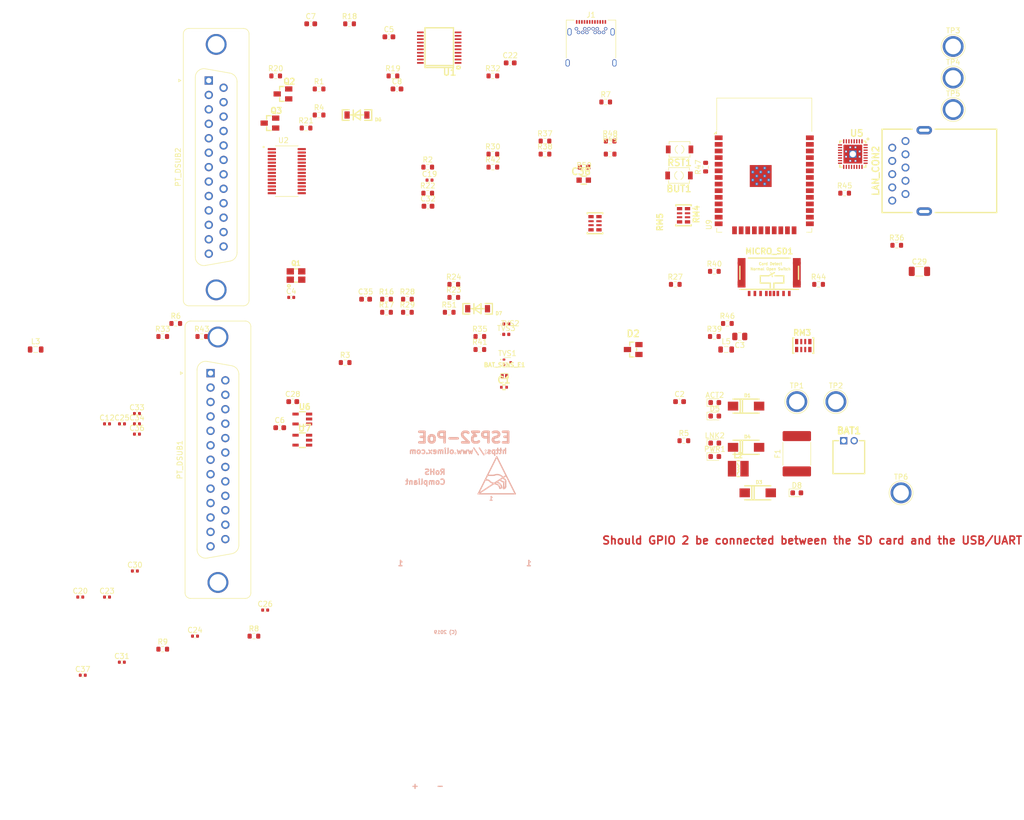
<source format=kicad_pcb>
(kicad_pcb (version 20240108) (generator "pcbnew") (generator_version "8.0")
  (title_block (title "ESP-PoE") (date "2019-03-22") (rev "D") (company "OLIMEX Ltd.") (comment 1 "https://www.olimex.com"))
  (layers (0 "F.Cu" mixed) (31 "B.Cu" mixed) (34 "B.Paste" user) (35 "F.Paste" user) (36 "B.SilkS" user "B.Silkscreen") (37 "F.SilkS" user "F.Silkscreen") (38 "B.Mask" user) (39 "F.Mask" user) (44 "Edge.Cuts" user))
  (net 0 "")
  (net 1 "PT1_E-")
  (net 2 "Net-(D5-K)")
  (net 3 "Net-(D5-A)")
  (net 4 "PT1_E+")
  (net 5 "Net-(F1-Pad2)")
  (net 8 "PT6_A+")
  (net 9 "PT3_A+")
  (net 11 "PT4_A+")
  (net 13 "PT1_A+")
  (net 16 "PT5_A+")
  (net 17 "PT2_A+")
  (net 20 "PT8_E-")
  (net 22 "PT9_E+")
  (net 23 "PT8_A+")
  (net 24 "PT9_A+")
  (net 27 "PT10_E+")
  (net 29 "PT7_E+")
  (net 30 "PT7_E-")
  (net 33 "PT10_A+")
  (net 35 "PT7_A+")
  (net 37 "PT9_E-")
  (net 38 "PT10_E-")
  (net 42 "PT8_E+")
  (net 44 "Net-(U2-RESET{slash}PWDN)")
  (net 45 "/GPIO10")
  (net 46 "Net-(U2-CS)")
  (net 47 "Net-(J1-CC1)")
  (net 48 "Net-(U2-DRDY)")
  (net 49 "Net-(J1-CC2)")
  (net 50 "/GPIO32")
  (net 51 "Net-(U2-DIN)")
  (net 52 "Net-(U2-SCLK)")
  (net 53 "Net-(U2-DOUT{slash}DRDY)")
  (net 54 "/GPIO33")
  (net 55 "Net-(ACT2-A)")
  (net 56 "Net-(ACT2-K)")
  (net 57 "Net-(MICRO_SD1-VDD)")
  (net 58 "Net-(U1-XI)")
  (net 59 "Net-(U1-XO)")
  (net 60 "Net-(D3-K)")
  (net 61 "/+5V_USB")
  (net 62 "Net-(U1-V3)")
  (net 63 "Net-(U2-BYPASS)")
  (net 64 "Net-(BAT_SENS_E1-Pad2)")
  (net 65 "+3V3")
  (net 66 "Net-(U2-REFOUT)")
  (net 67 "+3.3VLAN")
  (net 68 "Net-(LAN_CON2-Shield)")
  (net 69 "Net-(LAN_CON2-RCT)")
  (net 70 "Net-(U5-VDDCR)")
  (net 72 "Net-(U1-UD-)")
  (net 74 "Net-(U1-UD+)")
  (net 75 "Net-(LNK2-K)")
  (net 76 "Net-(LNK2-A)")
  (net 77 "Net-(PWR1-K)")
  (net 78 "/GPI39")
  (net 79 "/GPIO3\\U0RXD")
  (net 80 "Net-(D4-K)")
  (net 81 "Net-(D7-A)")
  (net 82 "Net-(Q3-E)")
  (net 83 "Net-(Q2-B)")
  (net 84 "Net-(Q2-E)")
  (net 85 "Net-(Q3-B)")
  (net 86 "/D_Com")
  (net 87 "Net-(Q3-C)")
  (net 88 "Net-(U7-FB)")
  (net 89 "/ESP_EN")
  (net 90 "/RD-")
  (net 91 "/RD+")
  (net 92 "/TD-")
  (net 93 "/TD+")
  (net 94 "/GPIO15\\HS2_CMD")
  (net 95 "Net-(MICRO_SD1-CLK{slash}SCLK)")
  (net 96 "/GPIO14\\HS2_CLK")
  (net 97 "/GPIO16\\I2C-SCL")
  (net 98 "/GPIO0")
  (net 99 "Net-(U5-RXER{slash}RXD4{slash}PHYAD0)")
  (net 100 "/GPIO2\\HS2_DATA0")
  (net 101 "Net-(MICRO_SD1-DAT0{slash}DO)")
  (net 102 "Net-(BUT1-Pad2)")
  (net 103 "/GPI34\\BUT1")
  (net 104 "Net-(U5-NRST)")
  (net 105 "Net-(U5-RBIAS)")
  (net 106 "/GPIO22\\EMAC_TXD1(RMII)")
  (net 107 "/GPIO23\\MDC(RMII)")
  (net 109 "/GPI35")
  (net 111 "/GPIO19\\EMAC_TXD0(RMII)")
  (net 112 "/GPIO17\\EMAC_CLK_OUT_180")
  (net 114 "/GPIO13\\I2C-SDA")
  (net 115 "/GPIO25\\EMAC_RXD0(RMII)")
  (net 116 "/GPIO1\\U0TXD")
  (net 118 "/GPI36\\U1RXD")
  (net 119 "/GPIO12\\PHY_PWR")
  (net 120 "/GPIO26\\EMAC_RXD1(RMII)")
  (net 121 "/GPIO27\\EMAC_RX_CRS_DV")
  (net 123 "/GPIO4\\U1TXD")
  (net 124 "/GPIO21\\EMAC_TX_EN(RMII)")
  (net 125 "/GPIO5\\SPI_CS")
  (net 126 "/GPIO18\\MDIO(RMII)")
  (net 128 "Net-(D4-A)")
  (net 129 "Net-(U2-CAPN)")
  (net 130 "Net-(U2-CAPP)")
  (net 131 "Net-(D6-K)")
  (net 132 "Net-(U7-LX)")
  (net 133 "Spare1")
  (net 134 "Spare2")
  (net 135 "Net-(MICRO_SD1-DAT1{slash}RES)")
  (net 136 "Net-(MICRO_SD1-CD{slash}DAT3{slash}CS)")
  (net 137 "Net-(MICRO_SD1-DAT2{slash}RES)")
  (net 139 "Net-(U5-RXD3{slash}PHYAD2)")
  (net 140 "Net-(U5-RXCLK{slash}PHYAD1)")
  (net 141 "Net-(U5-RXD2{slash}RMIISEL)")
  (footprint "Capacitor_SMD:C_0402_1005Metric" (layer "F.Cu") (at 40.875 94.265)
    (property "Reference" "C34" (at 0 -1.16 0) (layer "F.SilkS"))
    (property "Value" "100nF/16V/10%/X7R/C0402")
    (pad "1" smd roundrect (at -0.48 0) (size 0.56 0.62) (layers "F.Cu" "F.Paste" "F.Mask") (net 69 "Net-(LAN_CON2-RCT)"))
    (pad "2" smd roundrect (at 0.48 0) (size 0.56 0.62) (layers "F.Cu" "F.Paste" "F.Mask") (net 1 "PT1_E-"))
  )
  (footprint "Diode_SMD:D_0402_1005Metric" (layer "F.Cu") (at 111.74 77.095)
    (property "Reference" "TVS3" (at 0 -1.17 0) (layer "F.SilkS"))
    (property "Value" "NA(GG0402052R542P)")
    (pad "1" smd roundrect (at -0.485 0) (size 0.59 0.64) (layers "F.Cu" "F.Paste" "F.Mask") (net 91 "/RD+"))
    (pad "2" smd roundrect (at 0.485 0) (size 0.59 0.64) (layers "F.Cu" "F.Paste" "F.Mask") (net 90 "/RD-"))
  )
  (footprint "Resistor_SMD:R_0603_1608Metric" (layer "F.Cu") (at 126.675 45)
    (property "Reference" "R50" (at 0 -0.345 0) (layer "F.SilkS"))
    (property "Value" "10k/R0402")
    (pad "1" smd roundrect (at -0.825 0) (size 0.8 0.95) (layers "F.Cu" "F.Paste" "F.Mask") (net 104 "Net-(U5-NRST)"))
    (pad "2" smd roundrect (at 0.825 0) (size 0.8 0.95) (layers "F.Cu" "F.Paste" "F.Mask") (net 67 "+3.3VLAN"))
  )
  (footprint "Resistor_SMD:R_0603_1608Metric" (layer "F.Cu") (at 151.675 65)
    (property "Reference" "R40" (at 0 -1.43 0) (layer "F.SilkS"))
    (property "Value" "10R/R0402")
    (pad "1" smd roundrect (at -0.825 0) (size 0.8 0.95) (layers "F.Cu" "F.Paste" "F.Mask") (net 96 "/GPIO14\\HS2_CLK"))
    (pad "2" smd roundrect (at 0.825 0) (size 0.8 0.95) (layers "F.Cu" "F.Paste" "F.Mask") (net 95 "Net-(MICRO_SD1-CLK{slash}SCLK)"))
  )
  (footprint "Capacitor_SMD:C_0603_1608Metric" (layer "F.Cu") (at 74.225 17.5)
    (property "Reference" "C7" (at 0 -1.43 0) (layer "F.SilkS"))
    (property "Value" "22uF/6.3V/20%/X5R/C0603")
    (pad "1" smd roundrect (at -0.775 0) (size 0.9 0.95) (layers "F.Cu" "F.Paste" "F.Mask") (net 61 "/+5V_USB"))
    (pad "2" smd roundrect (at 0.775 0) (size 0.9 0.95) (layers "F.Cu" "F.Paste" "F.Mask") (net 1 "PT1_E-"))
  )
  (footprint "Resistor_SMD:R_0603_1608Metric" (layer "F.Cu") (at 96.675 50)
    (property "Reference" "R22" (at 0 -1.43 0) (layer "F.SilkS"))
    (property "Value" "470k/R0402")
    (pad "1" smd roundrect (at -0.825 0) (size 0.8 0.95) (layers "F.Cu" "F.Paste" "F.Mask") (net 64 "Net-(BAT_SENS_E1-Pad2)"))
    (pad "2" smd roundrect (at 0.825 0) (size 0.8 0.95) (layers "F.Cu" "F.Paste" "F.Mask") (net 1 "PT1_E-"))
  )
  (footprint "TestPoint:TestPoint_Plated_Hole_D3.0mm" (layer "F.Cu") (at 167.5 90)
    (property "Reference" "TP1" (at 0 -3.048 0) (layer "F.SilkS"))
    (property "Value" "TestPoint_Small")
    (pad "1" thru_hole circle (at 0 0) (size 4 4) (drill 3) (layers "*.Cu" "*.Mask") (net 5 "Net-(F1-Pad2)"))
  )
  (footprint "Resistor_SMD:R_0603_1608Metric" (layer "F.Cu") (at 63.325 135)
    (property "Reference" "R8" (at 0 -1.43 0) (layer "F.SilkS"))
    (property "Value" "47")
    (pad "1" smd roundrect (at -0.825 0) (size 0.8 0.95) (layers "F.Cu" "F.Paste" "F.Mask") (net 125 "/GPIO5\\SPI_CS"))
    (pad "2" smd roundrect (at 0.825 0) (size 0.8 0.95) (layers "F.Cu" "F.Paste" "F.Mask") (net 48 "Net-(U2-DRDY)"))
  )
  (footprint "Resistor_SMD:R_0603_1608Metric" (layer "F.Cu") (at 144.175 67.5)
    (property "Reference" "R27" (at 0 -1.43 0) (layer "F.SilkS"))
    (property "Value" "47")
    (pad "1" smd roundrect (at -0.825 0) (size 0.8 0.95) (layers "F.Cu" "F.Paste" "F.Mask") (net 50 "/GPIO32"))
    (pad "2" smd roundrect (at 0.825 0) (size 0.8 0.95) (layers "F.Cu" "F.Paste" "F.Mask") (net 51 "Net-(U2-DIN)"))
  )
  (footprint "Capacitor_SMD:C_0603_1608Metric" (layer "F.Cu") (at 145 90)
    (property "Reference" "C2" (at 0 -1.43 360) (layer "F.SilkS"))
    (property "Value" "22uF")
    (pad "1" smd roundrect (at -0.775 0) (size 0.9 0.95) (layers "F.Cu" "F.Paste" "F.Mask") (net 1 "PT1_E-"))
    (pad "2" smd roundrect (at 0.775 0) (size 0.9 0.95) (layers "F.Cu" "F.Paste" "F.Mask") (net 2 "Net-(D5-K)"))
  )
  (footprint "Capacitor_SMD:C_0402_1005Metric" (layer "F.Cu") (at 30.48 142.5)
    (property "Reference" "C37" (at 0 -1.16 0) (layer "F.SilkS"))
    (property "Value" "100nF/16V/10%/X7R/C0402")
    (pad "1" smd roundrect (at -0.48 0) (size 0.56 0.62) (layers "F.Cu" "F.Paste" "F.Mask") (net 1 "PT1_E-"))
    (pad "2" smd roundrect (at 0.48 0) (size 0.56 0.62) (layers "F.Cu" "F.Paste" "F.Mask") (net 67 "+3.3VLAN"))
  )
  (footprint "Resistor_SMD:R_0603_1608Metric" (layer "F.Cu") (at 119.175 42.5)
    (property "Reference" "R38" (at 0 -1.43 0) (layer "F.SilkS"))
    (property "Value" "49.9R/1%/R0402")
    (pad "1" smd roundrect (at -0.825 0) (size 0.8 0.95) (layers "F.Cu" "F.Paste" "F.Mask") (net 69 "Net-(LAN_CON2-RCT)"))
    (pad "2" smd roundrect (at 0.825 0) (size 0.8 0.95) (layers "F.Cu" "F.Paste" "F.Mask") (net 93 "/TD+"))
  )
  (footprint "Resistor_SMD:R_0603_1608Metric" (layer "F.Cu") (at 100.795 72.855)
    (property "Reference" "R51" (at 0 -1.43 0) (layer "F.SilkS"))
    (property "Value" "12.1k/1%/R0402")
    (pad "1" smd roundrect (at -0.825 0) (size 0.8 0.95) (layers "F.Cu" "F.Paste" "F.Mask") (net 105 "Net-(U5-RBIAS)"))
    (pad "2" smd roundrect (at 0.825 0) (size 0.8 0.95) (layers "F.Cu" "F.Paste" "F.Mask") (net 1 "PT1_E-"))
  )
  (footprint "OLIMEX_Transistors-FP:SOT23" (layer "F.Cu") (at 66.39256 36.55004)
    (property "Reference" "Q3" (at 1.22174 -2.38506 0) (layer "F.SilkS") (effects (font (size 1.1 1.1) (thickness 0.254))))
    (property "Value" "BC817-40(SOT23)")
    (pad "1" smd rect (at 1.10744 0.94996) (size 1.4 1) (layers "F.Cu" "F.Paste" "F.Mask") (net 85 "Net-(Q3-B)") (clearance 0.0508))
    (pad "2" smd rect (at 1.10744 -0.9525) (size 1.4 1) (layers "F.Cu" "F.Paste" "F.Mask") (net 82 "Net-(Q3-E)") (clearance 0.0508))
    (pad "3" smd rect (at -1.10236 0.00254) (size 1.4 1) (layers "F.Cu" "F.Paste" "F.Mask") (net 87 "Net-(Q3-C)") (clearance 0.0508))
  )
  (footprint "Diode_SMD:D_0603_1608Metric" (layer "F.Cu") (at 167.5 107.5)
    (property "Reference" "D8" (at 0 -1.43 360) (layer "F.SilkS"))
    (property "Value" "D_Small")
    (pad "1" smd roundrect (at -0.7875 0) (size 0.875 0.95) (layers "F.Cu" "F.Paste" "F.Mask") (net 4 "PT1_E+"))
    (pad "2" smd roundrect (at 0.7875 0) (size 0.875 0.95) (layers "F.Cu" "F.Paste" "F.Mask") (net 2 "Net-(D5-K)"))
  )
  (footprint "OLIMEX_Diodes-FP:SOD-123_1C-2A_KA" (layer "F.Cu") (at 106.2464 72.1736)
    (property "Reference" "D7" (at 4.064 0.889 0) (layer "F.SilkS") (effects (font (size 0.635 0.635) (thickness 0.15875))))
    (property "Value" "1N5819S4(SOD-123)")
    (pad "1" smd rect (at -1.9 0) (size 1 1.4) (layers "F.Cu" "F.Paste" "F.Mask") (net 116 "/GPIO1\\U0TXD") (clearance 0.0508))
    (pad "2" smd rect (at 1.9 0) (size 1 1.4) (layers "F.Cu" "F.Paste" "F.Mask") (net 81 "Net-(D7-A)") (clearance 0.0508))
  )
  (footprint "OLIMEX_Diodes-FP:SMA-KA" (layer "F.Cu") (at 160 107.5)
    (property "Reference" "D3" (at 0.254 -2.032 180) (layer "F.SilkS") (effects (font (size 0.635 0.635) (thickness 0.15875))))
    (property "Value" "1N5822/SS34/SMA")
    (pad "1" smd rect (at -2.5 0) (size 2 1.7) (layers "F.Cu" "F.Paste" "F.Mask") (net 60 "Net-(D3-K)"))
    (pad "2" smd rect (at 2.5 0) (size 2 1.7) (layers "F.Cu" "F.Paste" "F.Mask") (net 4 "PT1_E+"))
  )
  (footprint "RF_Module:ESP32-WROOM-32" (layer "F.Cu") (at 161.25 47.615)
    (property "Reference" "U9" (at -10.61 8.43 90) (layer "F.SilkS"))
    (property "Value" "ESP-WROOM-32")
    (pad "1" smd rect (at -8.75 -8.25) (size 1.5 0.9) (layers "F.Cu" "F.Paste" "F.Mask") (net 1 "PT1_E-"))
    (pad "2" smd rect (at -8.75 -6.98) (size 1.5 0.9) (layers "F.Cu" "F.Paste" "F.Mask") (net 65 "+3V3"))
    (pad "3" smd rect (at -8.75 -5.71) (size 1.5 0.9) (layers "F.Cu" "F.Paste" "F.Mask") (net 89 "/ESP_EN"))
    (pad "4" smd rect (at -8.75 -4.44) (size 1.5 0.9) (layers "F.Cu" "F.Paste" "F.Mask") (net 118 "/GPI36\\U1RXD"))
    (pad "5" smd rect (at -8.75 -3.17) (size 1.5 0.9) (layers "F.Cu" "F.Paste" "F.Mask") (net 78 "/GPI39"))
    (pad "6" smd rect (at -8.75 -1.9) (size 1.5 0.9) (layers "F.Cu" "F.Paste" "F.Mask") (net 103 "/GPI34\\BUT1"))
    (pad "7" smd rect (at -8.75 -0.63) (size 1.5 0.9) (layers "F.Cu" "F.Paste" "F.Mask") (net 109 "/GPI35"))
    (pad "8" smd rect (at -8.75 0.64) (size 1.5 0.9) (layers "F.Cu" "F.Paste" "F.Mask") (net 50 "/GPIO32"))
    (pad "9" smd rect (at -8.75 1.91) (size 1.5 0.9) (layers "F.Cu" "F.Paste" "F.Mask") (net 54 "/GPIO33"))
    (pad "10" smd rect (at -8.75 3.18) (size 1.5 0.9) (layers "F.Cu" "F.Paste" "F.Mask") (net 115 "/GPIO25\\EMAC_RXD0(RMII)"))
    (pad "11" smd rect (at -8.75 4.45) (size 1.5 0.9) (layers "F.Cu" "F.Paste" "F.Mask") (net 120 "/GPIO26\\EMAC_RXD1(RMII)"))
    (pad "12" smd rect (at -8.75 5.72) (size 1.5 0.9) (layers "F.Cu" "F.Paste" "F.Mask") (net 121 "/GPIO27\\EMAC_RX_CRS_DV"))
    (pad "13" smd rect (at -8.75 6.99) (size 1.5 0.9) (layers "F.Cu" "F.Paste" "F.Mask") (net 96 "/GPIO14\\HS2_CLK"))
    (pad "14" smd rect (at -8.75 8.26) (size 1.5 0.9) (layers "F.Cu" "F.Paste" "F.Mask") (net 119 "/GPIO12\\PHY_PWR"))
    (pad "15" smd rect (at -5.71 9.51 90) (size 1.5 0.9) (layers "F.Cu" "F.Paste" "F.Mask") (net 1 "PT1_E-"))
    (pad "16" smd rect (at -4.44 9.51 90) (size 1.5 0.9) (layers "F.Cu" "F.Paste" "F.Mask") (net 114 "/GPIO13\\I2C-SDA"))
    (pad "17" smd rect (at -3.17 9.51 90) (size 1.5 0.9) (layers "F.Cu" "F.Paste" "F.Mask"))
    (pad "18" smd rect (at -1.9 9.51 90) (size 1.5 0.9) (layers "F.Cu" "F.Paste" "F.Mask") (net 45 "/GPIO10"))
    (pad "19" smd rect (at -0.63 9.51 90) (size 1.5 0.9) (layers "F.Cu" "F.Paste" "F.Mask"))
    (pad "20" smd rect (at 0.64 9.51 90) (size 1.5 0.9) (layers "F.Cu" "F.Paste" "F.Mask"))
    (pad "21" smd rect (at 1.91 9.51 90) (size 1.5 0.9) (layers "F.Cu" "F.Paste" "F.Mask"))
    (pad "22" smd rect (at 3.18 9.51 90) (size 1.5 0.9) (layers "F.Cu" "F.Paste" "F.Mask"))
    (pad "23" smd rect (at 4.45 9.51 90) (size 1.5 0.9) (layers "F.Cu" "F.Paste" "F.Mask") (net 94 "/GPIO15\\HS2_CMD"))
    (pad "24" smd rect (at 5.72 9.51 90) (size 1.5 0.9) (layers "F.Cu" "F.Paste" "F.Mask") (net 100 "/GPIO2\\HS2_DATA0"))
    (pad "25" smd rect (at 8.75 8.26) (size 1.5 0.9) (layers "F.Cu" "F.Paste" "F.Mask") (net 98 "/GPIO0"))
    (pad "26" smd rect (at 8.75 6.99) (size 1.5 0.9) (layers "F.Cu" "F.Paste" "F.Mask") (net 123 "/GPIO4\\U1TXD"))
    (pad "27" smd rect (at 8.75 5.72) (size 1.5 0.9) (layers "F.Cu" "F.Paste" "F.Mask") (net 97 "/GPIO16\\I2C-SCL"))
    (pad "28" smd rect (at 8.75 4.45) (size 1.5 0.9) (layers "F.Cu" "F.Paste" "F.Mask") (net 112 "/GPIO17\\EMAC_CLK_OUT_180"))
    (pad "29" smd rect (at 8.75 3.18) (size 1.5 0.9) (layers "F.Cu" "F.Paste" "F.Mask") (net 125 "/GPIO5\\SPI_CS"))
    (pad "30" smd rect (at 8.75 1.91) (size 1.5 0.9) (layers "F.Cu" "F.Paste" "F.Mask") (net 126 "/GPIO18\\MDIO(RMII)"))
    (pad "31" smd rect (at 8.75 0.64) (size 1.5 0.9) (layers "F.Cu" "F.Paste" "F.Mask") (net 111 "/GPIO19\\EMAC_TXD0(RMII)"))
    (pad "32" smd rect (at 8.75 -0.63) (size 1.5 0.9) (layers "F.Cu" "F.Paste" "F.Mask"))
    (pad "33" smd rect (at 8.75 -1.9) (size 1.5 0.9) (layers "F.Cu" "F.Paste" "F.Mask") (net 124 "/GPIO21\\EMAC_TX_EN(RMII)"))
    (pad "34" smd rect (at 8.75 -3.17) (size 1.5 0.9) (layers "F.Cu" "F.Paste" "F.Mask") (net 79 "/GPIO3\\U0RXD"))
    (pad "35" smd rect (at 8.75 -4.44) (size 1.5 0.9) (layers "F.Cu" "F.Paste" "F.Mask") (net 116 "/GPIO1\\U0TXD"))
    (pad "36" smd rect (at 8.75 -5.71) (size 1.5 0.9) (layers "F.Cu" "F.Paste" "F.Mask") (net 106 "/GPIO22\\EMAC_TXD1(RMII)"))
    (pad "37" smd rect (at 8.75 -6.98) (size 1.5 0.9) (layers "F.Cu" "F.Paste" "F.Mask") (net 107 "/GPIO23\\MDC(RMII)"))
    (pad "38" smd rect (at 8.75 -8.25) (size 1.5 0.9) (layers "F.Cu" "F.Paste" "F.Mask") (net 1 "PT1_E-"))
    (pad "39" smd rect (at -2.205 -2.435) (size 1.05 1.05) (layers "F.Cu" "F.Paste") (net 1 "PT1_E-"))
    (pad "39" thru_hole circle (at -2.205 -1.6725) (size 0.6 0.6) (drill 0.2) (property pad_prop_heatsink) (layers "*.Cu" "F.Mask") (net 1 "PT1_E-"))
    (pad "39" smd rect (at -2.205 -0.91) (size 1.05 1.05) (layers "F.Cu" "F.Paste") (net 1 "PT1_E-"))
    (pad "39" thru_hole circle (at -2.205 -0.1475) (size 0.6 0.6) (drill 0.2) (property pad_prop_heatsink) (layers "*.Cu" "F.Mask") (net 1 "PT1_E-"))
    (pad "39" smd rect (at -2.205 0.615) (size 1.05 1.05) (layers "F.Cu" "F.Paste") (net 1 "PT1_E-"))
    (pad "39" thru_hole circle (at -1.4425 -2.435) (size 0.6 0.6) (drill 0.2) (property pad_prop_heatsink) (layers "*.Cu" "F.Mask") (net 1 "PT1_E-"))
    (pad "39" thru_hole circle (at -1.4425 -0.91) (size 0.6 0.6) (drill 0.2) (property pad_prop_heatsink) (layers "*.Cu" "F.Mask") (net 1 "PT1_E-"))
    (pad "39" thru_hole circle (at -1.4425 0.615) (size 0.6 0.6) (drill 0.2) (property pad_prop_heatsink) (layers "*.Cu" "F.Mask") (net 1 "PT1_E-"))
    (pad "39" smd rect (at -0.68 -2.435) (size 1.05 1.05) (layers "F.Cu" "F.Paste") (net 1 "PT1_E-"))
    (pad "39" thru_hole circle (at -0.68 -1.6725) (size 0.6 0.6) (drill 0.2) (property pad_prop_heatsink) (layers "*.Cu" "F.Mask") (net 1 "PT1_E-"))
    (pad "39" smd rect (at -0.68 -0.91) (size 1.05 1.05) (layers "F.Cu" "F.Paste") (net 1 "PT1_E-"))
    (pad "39" smd rect (at -0.68 -0.91) (size 4.2 4.2) (layers "F.Cu" "F.Mask") (net 1 "PT1_E-"))
    (pad "39" thru_hole circle (at -0.68 -0.1475) (size 0.6 0.6) (drill 0.2) (property pad_prop_heatsink) (layers "*.Cu" "F.Mask") (net 1 "PT1_E-"))
    (pad "39" smd rect (at -0.68 0.615) (size 1.05 1.05) (layers "F.Cu" "F.Paste") (net 1 "PT1_E-"))
    (pad "39" thru_hole circle (at 0.0825 -2.435) (size 0.6 0.6) (drill 0.2) (property pad_prop_heatsink) (layers "*.Cu" "F.Mask") (net 1 "PT1_E-"))
    (pad "39" thru_hole circle (at 0.0825 -0.91) (size 0.6 0.6) (drill 0.2) (property pad_prop_heatsink) (layers "*.Cu" "F.Mask") (net 1 "PT1_E-"))
    (pad "39" thru_hole circle (at 0.0825 0.615) (size 0.6 0.6) (drill 0.2) (property pad_prop_heatsink) (layers "*.Cu" "F.Mask") (net 1 "PT1_E-"))
    (pad "39" smd rect (at 0.845 -2.435) (size 1.05 1.05) (layers "F.Cu" "F.Paste") (net 1 "PT1_E-"))
    (pad "39" thru_hole circle (at 0.845 -1.6725) (size 0.6 0.6) (drill 0.2) (property pad_prop_heatsink) (layers "*.Cu" "F.Mask") (net 1 "PT1_E-"))
    (pad "39" smd rect (at 0.845 -0.91) (size 1.05 1.05) (layers "F.Cu" "F.Paste") (net 1 "PT1_E-"))
    (pad "39" thru_hole circle (at 0.845 -0.1475) (size 0.6 0.6) (drill 0.2) (property pad_prop_heatsink) (layers "*.Cu" "F.Mask") (net 1 "PT1_E-"))
    (pad "39" smd rect (at 0.845 0.615) (size 1.05 1.05) (layers "F.Cu" "F.Paste") (net 1 "PT1_E-"))
  )
  (footprint "Capacitor_SMD:C_0402_1005Metric" (layer "F.Cu") (at 40.875 96.235)
    (property "Reference" "C36" (at 0 -1.16 0) (layer "F.SilkS"))
    (property "Value" "100nF/16V/10%/X7R/C0402")
    (pad "1" smd roundrect (at -0.48 0) (size 0.56 0.62) (layers "F.Cu" "F.Paste" "F.Mask") (net 70 "Net-(U5-VDDCR)"))
    (pad "2" smd roundrect (at 0.48 0) (size 0.56 0.62) (layers "F.Cu" "F.Paste" "F.Mask") (net 1 "PT1_E-"))
  )
  (footprint "Resistor_SMD:R_0603_1608Metric" (layer "F.Cu") (at 101.675 70)
    (property "Reference" "R23" (at 0 -1.43 0) (layer "F.SilkS"))
    (property "Value" "R_Small")
    (pad "1" smd roundrect (at -0.825 0) (size 0.8 0.95) (layers "F.Cu" "F.Paste" "F.Mask") (net 49 "Net-(J1-CC2)"))
    (pad "2" smd roundrect (at 0.825 0) (size 0.8 0.95) (layers "F.Cu" "F.Paste" "F.Mask") (net 1 "PT1_E-"))
  )
  (footprint "Resistor_SMD:R_0603_1608Metric" (layer "F.Cu") (at 101.675 67.5)
    (property "Reference" "R24" (at 0 -1.43 0) (layer "F.SilkS"))
    (property "Value" "220R/R0402")
    (pad "1" smd roundrect (at -0.825 0) (size 0.8 0.95) (layers "F.Cu" "F.Paste" "F.Mask") (net 87 "Net-(Q3-C)"))
    (pad "2" smd roundrect (at 0.825 0) (size 0.8 0.95) (layers "F.Cu" "F.Paste" "F.Mask") (net 86 "/D_Com"))
  )
  (footprint "OLIMEX_Diodes-FP:SOT23-3" (layer "F.Cu") (at 136.1 80)
    (property "Reference" "D2" (at 0 -3.048 0) (layer "F.SilkS") (effects (font (size 1.27 1.27) (thickness 0.254))))
    (property "Value" "BAT54C(SOT23-3)")
    (pad "1" smd rect (at 1.1 0.95 90) (size 1 1.4) (layers "F.Cu" "F.Paste" "F.Mask") (net 100 "/GPIO2\\HS2_DATA0"))
    (pad "2" smd rect (at 1.1 -0.95 90) (size 1 1.4) (layers "F.Cu" "F.Paste" "F.Mask") (net 98 "/GPIO0"))
    (pad "3" smd rect (at -1.1 0 90) (size 1 1.4) (layers "F.Cu" "F.Paste" "F.Mask") (net 86 "/D_Com"))
  )
  (footprint "Capacitor_SMD:C_0603_1608Metric" (layer "F.Cu") (at 96.725 52.5)
    (property "Reference" "C32" (at 0 -1.43 0) (layer "F.SilkS"))
    (property "Value" "22uF/6.3V/20%/X5R/C0603")
    (pad "1" smd roundrect (at -0.775 0) (size 0.9 0.95) (layers "F.Cu" "F.Paste" "F.Mask") (net 69 "Net-(LAN_CON2-RCT)"))
    (pad "2" smd roundrect (at 0.775 0) (size 0.9 0.95) (layers "F.Cu" "F.Paste" "F.Mask") (net 1 "PT1_E-"))
  )
  (footprint "Capacitor_SMD:C_0402_1005Metric" (layer "F.Cu") (at 40.875 92.295)
    (property "Reference" "C33" (at 0 -1.16 0) (layer "F.SilkS"))
    (property "Value" "100nF/16V/10%/X7R/C0402")
    (pad "1" smd roundrect (at -0.48 0) (size 0.56 0.62) (layers "F.Cu" "F.Paste" "F.Mask") (net 69 "Net-(LAN_CON2-RCT)"))
    (pad "2" smd roundrect (at 0.48 0) (size 0.56 0.62) (layers "F.Cu" "F.Paste" "F.Mask") (net 1 "PT1_E-"))
  )
  (footprint "Fuse:Fuse_2920_7451Metric" (layer "F.Cu") (at 167.5 100 90)
    (property "Reference" "F1" (at 0 -3.68 270) (layer "F.SilkS"))
    (property "Value" "6A Fuse")
    (pad "1" smd roundrect (at -3.3875 0 90) (size 1.925 5.45) (layers "F.Cu" "F.Paste" "F.Mask") (roundrect_rratio 0.12987) (net 2 "Net-(D5-K)"))
    (pad "2" smd roundrect (at 3.3875 0 90) (size 1.925 5.45) (layers "F.Cu" "F.Paste" "F.Mask") (roundrect_rratio 0.12987) (net 5 "Net-(F1-Pad2)"))
  )
  (footprint "Resistor_SMD:R_0603_1608Metric" (layer "F.Cu") (at 109.175 27.5)
    (property "Reference" "R32" (at 0 -1.43 0) (layer "F.SilkS"))
    (property "Value" "470k/R0402")
    (pad "1" smd roundrect (at -0.825 0) (size 0.8 0.95) (layers "F.Cu" "F.Paste" "F.Mask") (net 65 "+3V3"))
    (pad "2" smd roundrect (at 0.825 0) (size 0.8 0.95) (layers "F.Cu" "F.Paste" "F.Mask") (net 89 "/ESP_EN"))
  )
  (footprint "Capacitor_SMD:C_0603_1608Metric" (layer "F.Cu") (at 89.225 20)
    (property "Reference" "C5" (at 0 -1.43 0) (layer "F.SilkS"))
    (property "Value" "27pF/50V/5%/C0G/C0402")
    (pad "1" smd roundrect (at -0.775 0) (size 0.9 0.95) (layers "F.Cu" "F.Paste" "F.Mask") (net 59 "Net-(U1-XO)"))
    (pad "2" smd roundrect (at 0.775 0) (size 0.9 0.95) (layers "F.Cu" "F.Paste" "F.Mask") (net 1 "PT1_E-"))
  )
  (footprint "Resistor_SMD:R_0603_1608Metric" (layer "F.Cu") (at 109.175 45)
    (property "Reference" "R42" (at 0 -1.43 0) (layer "F.SilkS"))
    (property "Value" "2.2k/R0402")
    (pad "1" smd roundrect (at -0.825 0) (size 0.8 0.95) (layers "F.Cu" "F.Paste" "F.Mask") (net 56 "Net-(ACT2-K)"))
    (pad "2" smd roundrect (at 0.825 0) (size 0.8 0.95) (layers "F.Cu" "F.Paste" "F.Mask") (net 1 "PT1_E-"))
  )
  (footprint "Resistor_SMD:R_0603_1608Metric" (layer "F.Cu") (at 154.175 75)
    (property "Reference" "R46" (at 0 -1.43 0) (layer "F.SilkS"))
    (property "Value" "220R/R0402")
    (pad "1" smd roundrect (at -0.825 0) (size 0.8 0.95) (layers "F.Cu" "F.Paste" "F.Mask") (net 100 "/GPIO2\\HS2_DATA0"))
    (pad "2" smd roundrect (at 0.825 0) (size 0.8 0.95) (layers "F.Cu" "F.Paste" "F.Mask") (net 101 "Net-(MICRO_SD1-DAT0{slash}DO)"))
  )
  (footprint "Capacitor_SMD:C_0402_1005Metric" (layer "F.Cu") (at 35.135 127.5)
    (property "Reference" "C23" (at 0 -1.16 0) (layer "F.SilkS"))
    (property "Value" "1 uF")
    (pad "1" smd roundrect (at -0.48 0) (size 0.56 0.62) (layers "F.Cu" "F.Paste" "F.Mask") (net 4 "PT1_E+"))
    (pad "2" smd roundrect (at 0.48 0) (size 0.56 0.62) (layers "F.Cu" "F.Paste" "F.Mask") (net 1 "PT1_E-"))
  )
  (footprint "TestPoint:TestPoint_Plated_Hole_D3.0mm" (layer "F.Cu") (at 187.5 107.5)
    (property "Reference" "TP6" (at 0 -3.048 0) (layer "F.SilkS"))
    (property "Value" "Mounting Hole")
    (pad "1" thru_hole circle (at 0 0) (size 4 4) (drill 3) (layers "*.Cu" "*.Mask"))
  )
  (footprint "TestPoint:TestPoint_Plated_Hole_D3.0mm" (layer "F.Cu") (at 197.5 21.85)
    (property "Reference" "TP3" (at 0 -3.048 0) (layer "F.SilkS"))
    (property "Value" "Mounting Hole")
    (pad "1" thru_hole circle (at 0 0) (size 4 4) (drill 3) (layers "*.Cu" "*.Mask"))
  )
  (footprint "OLIMEX_Crystal-FP:TSX-3.2x2.5mm_GND(3)" (layer "F.Cu") (at 71.4 65.8)
    (property "Reference" "Q1" (at 0 -2.3495 0) (layer "F.SilkS") (effects (font (size 0.889 0.889) (thickness 0.22225))))
    (property "Value" "Q12MHz/20pF/10ppm/4P/3.2x2.5mm")
    (fp_text user "o" (at -1.4605 1.9685 90) (layer "F.SilkS") (effects (font (size 0.8 0.8) (thickness 0.2))))
    (pad "1" smd rect (at -1.1 0.8) (size 1.4 1.2) (layers "F.Cu" "F.Paste" "F.Mask") (net 58 "Net-(U1-XI)"))
    (pad "2" smd rect (at 1.1 -0.8) (size 1.4 1.2) (layers "F.Cu" "F.Paste" "F.Mask") (net 59 "Net-(U1-XO)"))
    (pad "3" smd rect (at -1.1 -0.8) (size 1.4 1.2) (layers "F.Cu" "F.Paste" "F.Mask") (net 1 "PT1_E-"))
    (pad "3" smd rect (at 1.1 0.8) (size 1.4 1.2) (layers "F.Cu" "F.Paste" "F.Mask") (net 1 "PT1_E-"))
  )
  (footprint "OLIMEX_IC-FP:SSOP-20W" (layer "F.Cu") (at 98.8805 22.075 90)
    (property "Reference" "U1" (at -4.7 2 360) (layer "F.SilkS") (effects (font (size 1.27 1.27) (thickness 0.254))))
    (property "Value" "CH340T(SSOP20W)")
    (fp_text user "o" (at -3.81 3.556 270) (layer "F.SilkS") (effects (font (size 1.016 1.016) (thickness 0.254))))
    (pad "1" smd rect (at -2.925 3.6195 90) (size 0.325 1.27) (layers "F.Cu" "F.Paste" "F.Mask"))
    (pad "2" smd rect (at -2.275 3.6195 90) (size 0.325 1.27) (layers "F.Cu" "F.Paste" "F.Mask"))
    (pad "3" smd rect (at -1.625 3.6195 90) (size 0.325 1.27) (layers "F.Cu" "F.Paste" "F.Mask") (net 131 "Net-(D6-K)"))
    (pad "4" smd rect (at -0.975 3.6195 90) (size 0.325 1.27) (layers "F.Cu" "F.Paste" "F.Mask") (net 81 "Net-(D7-A)"))
    (pad "5" smd rect (at -0.325 3.6195 90) (size 0.325 1.27) (layers "F.Cu" "F.Paste" "F.Mask") (net 62 "Net-(U1-V3)"))
    (pad "6" smd rect (at 0.325 3.6195 90) (size 0.325 1.27) (layers "F.Cu" "F.Paste" "F.Mask") (net 74 "Net-(U1-UD+)"))
    (pad "7" smd rect (at 0.975 3.6195 90) (size 0.325 1.27) (layers "F.Cu" "F.Paste" "F.Mask") (net 72 "Net-(U1-UD-)"))
    (pad "8" smd rect (at 1.625 3.6195 90) (size 0.325 1.27) (layers "F.Cu" "F.Paste" "F.Mask") (net 1 "PT1_E-"))
    (pad "9" smd rect (at 2.275 3.6195 90) (size 0.325 1.27) (layers "F.Cu" "F.Paste" "F.Mask") (net 58 "Net-(U1-XI)"))
    (pad "10" smd rect (at 2.925 3.6195 90) (size 0.325 1.27) (layers "F.Cu" "F.Paste" "F.Mask") (net 59 "Net-(U1-XO)"))
    (pad "11" smd rect (at 2.925 -3.6195 90) (size 0.325 1.27) (layers "F.Cu" "F.Paste" "F.Mask"))
    (pad "12" smd rect (at 2.275 -3.6195 90) (size 0.325 1.27) (layers "F.Cu" "F.Paste" "F.Mask"))
    (pad "13" smd rect (at 1.625 -3.6195 90) (size 0.325 1.27) (layers "F.Cu" "F.Paste" "F.Mask"))
    (pad "14" smd rect (at 0.975 -3.6195 90) (size 0.325 1.27) (layers "F.Cu" "F.Paste" "F.Mask"))
    (pad "15" smd rect (at 0.325 -3.6195 90) (size 0.325 1.27) (layers "F.Cu" "F.Paste" "F.Mask") (net 82 "Net-(Q3-E)"))
    (pad "16" smd rect (at -0.325 -3.6195 90) (size 0.325 1.27) (layers "F.Cu" "F.Paste" "F.Mask") (net 84 "Net-(Q2-E)"))
    (pad "17" smd rect (at -0.975 -3.6195 90) (size 0.325 1.27) (layers "F.Cu" "F.Paste" "F.Mask"))
    (pad "18" smd rect (at -1.625 -3.6195 90) (size 0.325 1.27) (layers "F.Cu" "F.Paste" "F.Mask"))
    (pad "19" smd rect (at -2.275 -3.6195 90) (size 0.325 1.27) (layers "F.Cu" "F.Paste" "F.Mask") (net 61 "/+5V_USB"))
    (pad "20" smd rect (at -2.925 -3.6195 90) (size 0.325 1.27) (layers "F.Cu" "F.Paste" "F.Mask"))
  )
  (footprint "Resistor_SMD:R_0603_1608Metric" (layer "F.Cu") (at 88.765 70.345)
    (property "Reference" "R16" (at 0 -1.43 0) (layer "F.SilkS"))
    (property "Value" "NA(10k/R0402)")
    (pad "1" smd roundrect (at -0.825 0) (size 0.8 0.95) (layers "F.Cu" "F.Paste" "F.Mask") (net 79 "/GPIO3\\U0RXD"))
    (pad "2" smd roundrect (at 0.825 0) (size 0.8 0.95) (layers "F.Cu" "F.Paste" "F.Mask") (net 65 "+3V3"))
  )
  (footprint "OLIMEX_Connectors-FP:RJP-003TC1(LPJ4112CNL)" (layer "F.Cu") (at 194.85 45.715 90)
    (property "Reference" "LAN_CON2" (at 0 -12.215 270) (layer "F.SilkS") (effects (font (size 1.27 1.27) (thickness 0.254))))
    (property "Value" "RJP-003TC1(LPJ4112CNL)")
    (pad "" np_thru_hole circle (at -5.715 0.15 90) (size 3.300001 3.300001) (drill 3.300001) (layers "*.Cu" "*.Mask"))
    (pad "" np_thru_hole circle (at 5.715 0.15 90) (size 3.300001 3.300001) (drill 3.300001) (layers "*.Cu" "*.Mask"))
    (pad "0" thru_hole oval (at -7.8 -2.9 90) (size 1.6 2.999999) (drill oval 0.6 2) (layers "*.Cu" "*.Mask") (net 68 "Net-(LAN_CON2-Shield)"))
    (pad "0" thru_hole oval (at 7.8 -2.9 90) (size 1.6 2.999999) (drill oval 0.6 2) (layers "*.Cu" "*.Mask") (net 68 "Net-(LAN_CON2-Shield)"))
    (pad "1" thru_hole circle (at -5.715 -9.04 90) (size 1.524 1.524) (drill 1) (layers "*.Cu" "*.Mask") (net 93 "/TD+"))
    (pad "2" thru_hole circle (at -4.445 -6.5 90) (size 1.524 1.524) (drill 1) (layers "*.Cu" "*.Mask") (net 92 "/TD-"))
    (pad "3" thru_hole circle (at -3.175 -9.04 90) (size 1.524 1.524) (drill 1) (layers "*.Cu" "*.Mask") (net 91 "/RD+"))
    (pad "4" thru_hole circle (at -1.905 -6.5 90) (size 1.524 1.524) (drill 1) (layers "*.Cu" "*.Mask") (net 69 "Net-(LAN_CON2-RCT)"))
    (pad "5" thru_hole circle (at -0.635 -9.04 90) (size 1.524 1.524) (drill 1) (layers "*.Cu" "*.Mask") (net 69 "Net-(LAN_CON2-RCT)"))
    (pad "6" thru_hole circle (at 0.635 -6.5 90) (size 1.524 1.524) (drill 1) (layers "*.Cu" "*.Mask") (net 90 "/RD-"))
    (pad "7" thru_hole circle (at 1.905 -9.04 90) (size 1.524 1.524) (drill 1) (layers "*.Cu" "*.Mask") (net 1 "PT1_E-"))
    (pad "8" thru_hole circle (at 3.175 -6.5 90) (size 1.524 1.524) (drill 1) (layers "*.Cu" "*.Mask") (net 1 "PT1_E-"))
    (pad "9" thru_hole circle (at 4.445 -9.04 90) (size 1.524 1.524) (drill 1) (layers "*.Cu" "*.Mask") (net 133 "Spare1"))
    (pad "10" thru_hole circle (at 5.715 -6.5 90) (size 1.524 1.524) (drill 1) (layers "*.Cu" "*.Mask") (net 134 "Spare2"))
  )
  (footprint "Capacitor_SMD:C_0603_1608Metric" (layer "F.Cu") (at 112.5 25)
    (property "Reference" "C22" (at 0 -1.43 0) (layer "F.SilkS"))
    (property "Value" "22uF/6.3V/20%/X5R/C0603")
    (pad "1" smd roundrect (at -0.775 0) (size 0.9 0.95) (layers "F.Cu" "F.Paste" "F.Mask") (net 65 "+3V3"))
    (pad "2" smd roundrect (at 0.775 0) (size 0.9 0.95) (layers "F.Cu" "F.Paste" "F.Mask") (net 1 "PT1_E-"))
  )
  (footprint "Capacitor_SMD:C_0402_1005Metric" (layer "F.Cu") (at 30 127.5)
    (property "Reference" "C20" (at 0 -1.16 0) (layer "F.SilkS"))
    (property "Value" "0.1 uF")
    (pad "1" smd roundrect (at -0.48 0) (size 0.56 0.62) (layers "F.Cu" "F.Paste" "F.Mask") (net 4 "PT1_E+"))
    (pad "2" smd roundrect (at 0.48 0) (size 0.56 0.62) (layers "F.Cu" "F.Paste" "F.Mask") (net 1 "PT1_E-"))
  )
  (footprint "Resistor_SMD:R_0603_1608Metric" (layer "F.Cu") (at 106.675 77.5)
    (property "Reference" "R35" (at 0 -1.43 0) (layer "F.SilkS"))
    (property "Value" "49.9R/1%/R0402")
    (pad "1" smd roundrect (at -0.825 0) (size 0.8 0.95) (layers "F.Cu" "F.Paste" "F.Mask") (net 69 "Net-(LAN_CON2-RCT)"))
    (pad "2" smd roundrect (at 0.825 0) (size 0.8 0.95) (layers "F.Cu" "F.Paste" "F.Mask") (net 90 "/RD-"))
  )
  (footprint "Resistor_SMD:R_0603_1608Metric" (layer "F.Cu") (at 145.825 97.5)
    (property "Reference" "R5" (at 0 -1.43 0) (layer "F.SilkS"))
    (property "Value" "2.2k/R0402")
    (pad "1" smd roundrect (at -0.825 0) (size 0.8 0.95) (layers "F.Cu" "F.Paste" "F.Mask") (net 77 "Net-(PWR1-K)"))
    (pad "2" smd roundrect (at 0.825 0) (size 0.8 0.95) (layers "F.Cu" "F.Paste" "F.Mask") (net 1 "PT1_E-"))
  )
  (footprint "Resistor_SMD:R_0603_1608Metric" (layer "F.Cu") (at 96.675 45)
    (property "Reference" "R2" (at 0 -1.43 0) (layer "F.SilkS"))
    (property "Value" "10k")
    (pad "1" smd roundrect (at -0.825 0) (size 0.8 0.95) (layers "F.Cu" "F.Paste" "F.Mask") (net 3 "Net-(D5-A)"))
    (pad "2" smd roundrect (at 0.825 0) (size 0.8 0.95) (layers "F.Cu" "F.Paste" "F.Mask") (net 1 "PT1_E-"))
  )
  (footprint "Resistor_SMD:R_0603_1608Metric" (layer "F.Cu") (at 150 45 90)
    (property "Reference" "R47" (at 0 -1.43 270) (layer "F.SilkS"))
    (property "Value" "220R/R0402")
    (pad "1" smd roundrect (at -0.825 0 90) (size 0.8 0.95) (layers "F.Cu" "F.Paste" "F.Mask") (net 102 "Net-(BUT1-Pad2)"))
    (pad "2" smd roundrect (at 0.825 0 90) (size 0.8 0.95) (layers "F.Cu" "F.Paste" "F.Mask") (net 1 "PT1_E-"))
  )
  (footprint "Resistor_SMD:R_0603_1608Metric" (layer "F.Cu") (at 171.675 67.5)
    (property "Reference" "R44" (at 0 -1.43 0) (layer "F.SilkS"))
    (property "Value" "NA/R0402")
    (pad "1" smd roundrect (at -0.825 0) (size 0.8 0.95) (layers "F.Cu" "F.Paste" "F.Mask") (net 98 "/GPIO0"))
    (pad "2" smd roundrect (at 0.825 0) (size 0.8 0.95) (layers "F.Cu" "F.Paste" "F.Mask") (net 65 "+3V3"))
  )
  (footprint "Inductor_SMD:L_0805_2012Metric" (layer "F.Cu") (at 153.9375 80)
    (property "Reference" "L5" (at 0 -1.55 0) (layer "F.SilkS"))
    (property "Value" "FB0805/600R/2A")
    (pad "1" smd roundrect (at -1.0625 0) (size 0.875 1.2) (layers "F.Cu" "F.Paste" "F.Mask") (net 65 "+3V3"))
    (pad "2" smd roundrect (at 1.0625 0) (size 0.875 1.2) (layers "F.Cu" "F.Paste" "F.Mask") (net 57 "Net-(MICRO_SD1-VDD)"))
  )
  (footprint "Resistor_SMD:R_0603_1608Metric" (layer "F.Cu") (at 109.175 42.5)
    (property "Reference" "R30" (at 0 -1.43 0) (layer "F.SilkS"))
    (property "Value" "49.9k/1%/R0402")
    (pad "1" smd roundrect (at -0.825 0) (size 0.8 0.95) (layers "F.Cu" "F.Paste" "F.Mask") (net 88 "Net-(U7-FB)"))
    (pad "2" smd roundrect (at 0.825 0) (size 0.8 0.95) (layers "F.Cu" "F.Paste" "F.Mask") (net 1 "PT1_E-"))
  )
  (footprint "Resistor_SMD:R_0603_1608Metric" (layer "F.Cu") (at 88.765 72.855)
    (property "Reference" "R17" (at 0 -1.43 0) (layer "F.SilkS"))
    (property "Value" "470k/R0402")
    (pad "1" smd roundrect (at -0.825 0) (size 0.8 0.95) (layers "F.Cu" "F.Paste" "F.Mask") (net 80 "Net-(D4-K)"))
    (pad "2" smd roundrect (at 0.825 0) (size 0.8 0.95) (layers "F.Cu" "F.Paste" "F.Mask") (net 64 "Net-(BAT_SENS_E1-Pad2)"))
  )
  (footprint "Capacitor_SMD:C_0603_1608Metric" (layer "F.Cu") (at 90.775 30)
    (property "Reference" "C8" (at 0 -1.43 0) (layer "F.SilkS"))
    (property "Value" "100nF/16V/10%/X7R/C0402")
    (pad "1" smd roundrect (at -0.775 0) (size 0.9 0.95) (layers "F.Cu" "F.Paste" "F.Mask") (net 62 "Net-(U1-V3)"))
    (pad "2" smd roundrect (at 0.775 0) (size 0.9 0.95) (layers "F.Cu" "F.Paste" "F.Mask") (net 1 "PT1_E-"))
  )
  (footprint "Diode_SMD:D_0603_1608Metric" (layer "F.Cu") (at 151.755 100.535)
    (property "Reference" "PWR1" (at 0 -1.43 0) (layer "F.SilkS"))
    (property "Value" "LED/RED/0603")
    (pad "1" smd roundrect (at -0.7875 0) (size 0.875 0.95) (layers "F.Cu" "F.Paste" "F.Mask") (net 77 "Net-(PWR1-K)"))
    (pad "2" smd roundrect (at 0.7875 0) (size 0.875 0.95) (layers "F.Cu" "F.Paste" "F.Mask") (net 4 "PT1_E+"))
  )
  (footprint "Resistor_SMD:R_0603_1608Metric" (layer "F.Cu") (at 80.825 82.5)
    (property "Reference" "R3" (at 0 -1.43 0) (layer "F.SilkS"))
    (property "Value" "47")
    (pad "1" smd roundrect (at -0.825 0) (size 0.8 0.95) (layers "F.Cu" "F.Paste" "F.Mask") (net 45 "/GPIO10"))
    (pad "2" smd roundrect (at 0.825 0) (size 0.8 0.95) (layers "F.Cu" "F.Paste" "F.Mask") (net 44 "Net-(U2-RESET{slash}PWDN)"))
  )
  (footprint "OLIMEX_Diodes-FP:SMA-KA" (layer "F.Cu") (at 157.76 90.857)
    (property "Reference" "D1" (at 0.254 -2.032 180) (layer "F.SilkS") (effects (font (size 0.635 0.635) (thickness 0.15875))))
    (property "Value" "1N5822/SS34/SMA")
    (pad "1" smd rect (at -2.5 0) (size 2 1.7) (layers "F.Cu" "F.Paste" "F.Mask") (net 4 "PT1_E+"))
    (pad "2" smd rect (at 2.5 0) (size 2 1.7) (layers "F.Cu" "F.Paste" "F.Mask") (net 61 "/+5V_USB"))
  )
  (footprint "OLIMEX_RLC-FP:R_MATRIX_4" (layer "F.Cu") (at 168.73 79.238)
    (property "Reference" "RM3" (at -0.2032 -2.4638 0) (layer "F.SilkS") (effects (font (size 1.1 1.1) (thickness 0.254))))
    (property "Value" "RA1206_(4X0603)_4B8_2.2k")
    (pad "1.1" smd rect (at -1.27 0.762) (size 0.635 1.016) (layers "F.Cu" "F.Paste" "F.Mask") (net 135 "Net-(MICRO_SD1-DAT1{slash}RES)") (clearance 0.0508))
    (pad "1.2" smd rect (at -1.27 -0.762) (size 0.635 1.016) (layers "F.Cu" "F.Paste" "F.Mask") (net 65 "+3V3") (clearance 0.0508))
    (pad "2.1" smd rect (at -0.381 0.762) (size 0.381 1.016) (layers "F.Cu" "F.Paste" "F.Mask") (net 136 "Net-(MICRO_SD1-CD{slash}DAT3{slash}CS)") (clearance 0.0508))
    (pad "2.2" smd rect (at -0.381 -0.762) (size 0.381 1.016) (layers "F.Cu" "F.Paste" "F.Mask") (net 65 "+3V3") (clearance 0.0508))
    (pad "3.1" smd rect (at 0.381 0.762) (size 0.381 1.016) (layers "F.Cu" "F.Paste" "F.Mask") (net 137 "Net-(MICRO_SD1-DAT2{slash}RES)") (clearance 0.0508))
    (pad "3.2" smd rect (at 0.381 -0.762) (size 0.381 1.016) (layers "F.Cu" "F.Paste" "F.Mask") (net 65 "+3V3") (clearance 0.0508))
    (pad "4.1" smd rect (at 1.27 0.762) (size 0.635 1.016) (layers "F.Cu" "F.Paste" "F.Mask") (net 100 "/GPIO2\\HS2_DATA0") (clearance 0.0508))
    (pad "4.2" smd rect (at 1.27 -0.762) (size 0.635 1.016) (layers "F.Cu" "F.Paste" "F.Mask") (net 65 "+3V3") (clearance 0.0508))
  )
  (footprint "Resistor_SMD:R_0603_1608Metric" (layer "F.Cu") (at 151.675 77.5)
    (property "Reference" "R39" (at 0 -1.43 0) (layer "F.SilkS"))
    (property "Value" "10k/R0402")
    (pad "1" smd roundrect (at -0.825 0) (size 0.8 0.95) (layers "F.Cu" "F.Paste" "F.Mask") (net 65 "+3V3"))
    (pad "2" smd roundrect (at 0.825 0) (size 0.8 0.95) (layers "F.Cu" "F.Paste" "F.Mask") (net 94 "/GPIO15\\HS2_CMD"))
  )
  (footprint "Connector_Dsub:DSUB-25_Female_Vertical_P2.77x2.84mm_MountingHoles" (layer "F.Cu") (at 55 84.53 90)
    (property "Reference" "PT_DSUB1" (at -16.62 -5.89 270) (layer "F.SilkS"))
    (property "Value" "DB25_Receptacle")
    (pad "0" thru_hole circle (at -40.17 1.42 90) (size 4 4) (drill 3.2) (layers "*.Cu" "*.Mask"))
    (pad "0" thru_hole circle (at 6.93 1.42 90) (size 4 4) (drill 3.2) (layers "*.Cu" "*.Mask"))
    (pad "1" thru_hole rect (at 0 0 90) (size 1.6 1.6) (drill 1) (layers "*.Cu" "*.Mask") (net 4 "PT1_E+"))
    (pad "2" thru_hole circle (at -2.77 0 90) (size 1.6 1.6) (drill 1) (layers "*.Cu" "*.Mask") (net 1 "PT1_E-"))
    (pad "3" thru_hole circle (at -5.54 0 90) (size 1.6 1.6) (drill 1) (layers "*.Cu" "*.Mask") (net 4 "PT1_E+"))
    (pad "4" thru_hole circle (at -8.31 0 90) (size 1.6 1.6) (drill 1) (layers "*.Cu" "*.Mask") (net 1 "PT1_E-"))
    (pad "5" thru_hole circle (at -11.08 0 90) (size 1.6 1.6) (drill 1) (layers "*.Cu" "*.Mask") (net 4 "PT1_E+"))
    (pad "6" thru_hole circle (at -13.85 0 90) (size 1.6 1.6) (drill 1) (layers "*.Cu" "*.Mask") (net 1 "PT1_E-"))
    (pad "7" thru_hole circle (at -16.62 0 90) (size 1.6 1.6) (drill 1) (layers "*.Cu" "*.Mask") (net 4 "PT1_E+"))
    (pad "8" thru_hole circle (at -19.39 0 90) (size 1.6 1.6) (drill 1) (layers "*.Cu" "*.Mask") (net 1 "PT1_E-"))
    (pad "9" thru_hole circle (at -22.16 0 90) (size 1.6 1.6) (drill 1) (layers "*.Cu" "*.Mask") (net 4 "PT1_E+"))
    (pad "10" thru_hole circle (at -24.93 0 90) (size 1.6 1.6) (drill 1) (layers "*.Cu" "*.Mask") (net 1 "PT1_E-"))
    (pad "11" thru_hole circle (at -27.7 0 90) (size 1.6 1.6) (drill 1) (layers "*.Cu" "*.Mask") (net 4 "PT1_E+"))
    (pad "12" thru_hole circle (at -30.47 0 90) (size 1.6 1.6) (drill 1) (layers "*.Cu" "*.Mask") (net 1 "PT1_E-"))
    (pad "13" thru_hole circle (at -33.24 0 90) (size 1.6 1.6) (drill 1) (layers "*.Cu" "*.Mask"))
    (pad "14" thru_hole circle (at -1.385 2.84 90) (size 1.6 1.6) (drill 1) (layers "*.Cu" "*.Mask") (net 13 "PT1_A+"))
    (pad "15" thru_hole circle (at -4.155 2.84 90) (size 1.6 1.6) (drill 1) (layers "*.Cu" "*.Mask"))
    (pad "16" thru_hole circle (at -6.925 2.84 90) (size 1.6 1.6) (drill 1) (layers "*.Cu" "*.Mask") (net 17 "PT2_A+"))
    (pad "17" thru_hole circle (at -9.695 2.84 90) (size 1.6 1.6) (drill 1) (layers "*.Cu" "*.Mask"))
    (pad "18" thru_hole circle (at -12.465 2.84 90) (size 1.6 1.6) (drill 1) (layers "*.Cu" "*.Mask") (net 9 "PT3_A+"))
    (pad "19" thru_hole circle (at -15.235 2.84 90) (size 1.6 1.6) (drill 1) (layers "*.Cu" "*.Mask"))
    (pad "20" thru_hole circle (at -18.005 2.84 90) (size 1.6 1.6) (drill 1) (layers "*.Cu" "*.Mask") (net 11 "PT4_A+"))
    (pad "21" thru_hole circle (at -20.775 2.84 90) (size 1.6 1.6) (drill 1) (layers "*.Cu" "*.Mask"))
    (pad "22" thru_hole circle (at -23.545 2.84 90) (size 1.6 1.6) (drill 1) (layers "*.Cu" "*.Mask") (net 16 "PT5_A+"))
    (pad "23" thru_hole circle (at -26.315 2.84 90) (size 1.6 1.6) (drill 1) (layers "*.Cu" "*.Mask"))
    (pad "24" thru_hole circle (at -29.085 2.84 90) (size 1.6 1.6) (drill 1) (layers "*.Cu" "*.Mask") (net 8 "PT6_A+"))
    (pad "25" thru_hole circle (at -31.855 2.84 90) (size 1.6 1.6) (drill 1) (layers "*.Cu" "*.Mask"))
  )
  (footprint "Resistor_SMD:R_0603_1608Metric" (layer "F.Cu") (at 119.175 40)
    (property "Reference" "R37" (at 0 -1.43 0) (layer "F.SilkS"))
    (property "Value" "49.9R/1%/R0402")
    (pad "1" smd roundrect (at -0.825 0) (size 0.8 0.95) (layers "F.Cu" "F.Paste" "F.Mask") (net 69 "Net-(LAN_CON2-RCT)"))
    (pad "2" smd roundrect (at 0.825 0) (size 0.8 0.95) (layers "F.Cu" "F.Paste" "F.Mask") (net 92 "/TD-"))
  )
  (footprint "Resistor_SMD:R_0603_1608Metric" (layer "F.Cu") (at 90 27.5)
    (property "Reference" "R19" (at 0 -1.43 0) (layer "F.SilkS"))
    (property "Value" "10k/R0402")
    (pad "1" smd roundrect (at -0.825 0) (size 0.8 0.95) (layers "F.Cu" "F.Paste" "F.Mask") (net 62 "Net-(U1-V3)"))
    (pad "2" smd roundrect (at 0.825 0) (size 0.8 0.95) (layers "F.Cu" "F.Paste" "F.Mask") (net 79 "/GPIO3\\U0RXD"))
  )
  (footprint "OLIMEX_Transistors-FP:SOT23" (layer "F.Cu") (at 68.89256 30.9525)
    (property "Reference" "Q2" (at 1.22174 -2.38506 0) (layer "F.SilkS") (effects (font (size 1.1 1.1) (thickness 0.254))))
    (property "Value" "BC817-40(SOT23)")
    (pad "1" smd rect (at 1.10744 0.94996) (size 1.4 1) (layers "F.Cu" "F.Paste" "F.Mask") (net 83 "Net-(Q2-B)") (clearance 0.0508))
    (pad "2" smd rect (at 1.10744 -0.9525) (size 1.4 1) (layers "F.Cu" "F.Paste" "F.Mask") (net 84 "Net-(Q2-E)") (clearance 0.0508))
    (pad "3" smd rect (at -1.10236 0.00254) (size 1.4 1) (layers "F.Cu" "F.Paste" "F.Mask") (net 89 "/ESP_EN") (clearance 0.0508))
  )
  (footprint "Capacitor_SMD:C_0402_1005Metric" (layer "F.Cu") (at 40.48 122.5)
    (property "Reference" "C30" (at 0 -1.16 0) (layer "F.SilkS"))
    (property "Value" "100nF/16V/10%/X7R/C0402")
    (pad "1" smd roundrect (at -0.48 0) (size 0.56 0.62) (layers "F.Cu" "F.Paste" "F.Mask") (net 69 "Net-(LAN_CON2-RCT)"))
    (pad "2" smd roundrect (at 0.48 0) (size 0.56 0.62) (layers "F.Cu" "F.Paste" "F.Mask") (net 1 "PT1_E-"))
  )
  (footprint "Resistor_SMD:R_0603_1608Metric" (layer "F.Cu") (at 67.5 27.5)
    (property "Reference" "R20" (at 0 -1.43 0) (layer "F.SilkS"))
    (property "Value" "1k/R0402")
    (pad "1" smd roundrect (at -0.825 0) (size 0.8 0.95) (layers "F.Cu" "F.Paste" "F.Mask") (net 82 "Net-(Q3-E)"))
    (pad "2" smd roundrect (at 0.825 0) (size 0.8 0.95) (layers "F.Cu" "F.Paste" "F.Mask") (net 83 "Net-(Q2-B)"))
  )
  (footprint "OLIMEX_RLC-FP:R_MATRIX_4" (layer "F.Cu") (at 145.762 54.238 -90)
    (property "Reference" "RM4" (at -0.2032 -2.4638 90) (layer "F.SilkS") (effects (font (size 1.1 1.1) (thickness 0.254))))
    (property "Value" "RA1206_(4X0603)_4B8_2.2k")
    (pad "1.1" smd rect (at -1.27 0.762 270) (size 0.635 1.016) (layers "F.Cu" "F.Paste" "F.Mask") (net 67 "+3.3VLAN") (clearance 0.0508))
    (pad "1.2" smd rect (at -1.27 -0.762 270) (size 0.635 1.016) (layers "F.Cu" "F.Paste" "F.Mask") (net 120 "/GPIO26\\EMAC_RXD1(RMII)") (clearance 0.0508))
    (pad "2.1" smd rect (at -0.381 0.762 270) (size 0.381 1.016) (layers "F.Cu" "F.Paste" "F.Mask") (net 67 "+3.3VLAN") (clearance 0.0508))
    (pad "2.2" smd rect (at -0.381 -0.762 270) (size 0.381 1.016) (layers "F.Cu" "F.Paste" "F.Mask") (net 115 "/GPIO25\\EMAC_RXD0(RMII)") (clearance 0.0508))
    (pad "3.1" smd rect (at 0.381 0.762 270) (size 0.381 1.016) (layers "F.Cu" "F.Paste" "F.Mask") (net 67 "+3.3VLAN") (clearance 0.0508))
    (pad "3.2" smd rect (at 0.381 -0.762 270) (size 0.381 1.016) (layers "F.Cu" "F.Paste" "F.Mask") (net 121 "/GPIO27\\EMAC_RX_CRS_DV") (clearance 0.0508))
    (pad "4.1" smd rect (at 1.27 0.762 270) (size 0.635 1.016) (layers "F.Cu" "F.Paste" "F.Mask") (net 67 "+3.3VLAN") (clearance 0.0508))
    (pad "4.2" smd rect (at 1.27 -0.762 270) (size 0.635 1.016) (layers "F.Cu" "F.Paste" "F.Mask") (net 126 "/GPIO18\\MDIO(RMII)") (clearance 0.0508))
  )
  (footprint "Resistor_SMD:R_0603_1608Metric" (layer "F.Cu") (at 75.825 30)
    (property "Reference" "R1" (at 0 -1.43 0) (layer "F.SilkS"))
    (property "Value" "10k/R0402")
    (pad "1" smd roundrect (at -0.825 0) (size 0.8 0.95) (layers "F.Cu" "F.Paste" "F.Mask") (net 4 "PT1_E+"))
    (pad "2" smd roundrect (at 0.825 0) (size 0.8 0.95) (layers "F.Cu" "F.Paste" "F.Mask") (net 1 "PT1_E-"))
  )
  (footprint "OLIMEX_Buttons-FP:IT1185AU2_V2" (layer "F.Cu") (at 144.89 46.6)
    (property "Reference" "BUT1" (at 0 2.54 180) (layer "F.SilkS") (effects (font (size 1.27 1.27) (thickness 0.254))))
    (property "Value" "IT1185AU2")
    (pad "" np_thru_hole circle (at 0 -0.9) (size 0.7 0.7) (drill 0.7) (layers "*.Cu" "*.Mask"))
    (pad "" np_thru_hole circle (at 0 0.9) (size 0.7 0.7) (drill 0.7) (layers "*.Cu" "*.Mask"))
    (pad "1" smd rect (at -2.177 0) (size 0.9 1.5) (layers "F.Cu" "F.Mask") (net 103 "/GPI34\\BUT1"))
    (pad "2" smd rect (at 2.177 0) (size 0.9 1.5) (layers "F.Cu" "F.Mask") (net 102 "Net-(BUT1-Pad2)"))
  )
  (footprint "Capacitor_SMD:C_0603_1608Metric" (layer "F.Cu") (at 68.275 95)
    (property "Reference" "C6" (at 0 -1.43 0) (layer "F.SilkS"))
    (property "Value" "22uF/6.3V/20%/X5R/C0603")
    (pad "1" smd roundrect (at -0.775 0) (size 0.9 0.95) (layers "F.Cu" "F.Paste" "F.Mask") (net 60 "Net-(D3-K)"))
    (pad "2" smd roundrect (at 0.775 0) (size 0.9 0.95) (layers "F.Cu" "F.Paste" "F.Mask") (net 1 "PT1_E-"))
  )
  (footprint "Resistor_SMD:R_0603_1608Metric" (layer "F.Cu") (at 81.675 17.5)
    (property "Reference" "R18" (at 0 -1.43 0) (layer "F.SilkS"))
    (property "Value" "10k/R0402")
    (pad "1" smd roundrect (at -0.825 0) (size 0.8 0.95) (layers "F.Cu" "F.Paste" "F.Mask") (net 61 "/+5V_USB"))
    (pad "2" smd roundrect (at 0.825 0) (size 0.8 0.95) (layers "F.Cu" "F.Paste" "F.Mask") (net 81 "Net-(D7-A)"))
  )
  (footprint "Resistor_SMD:R_0603_1608Metric" (layer "F.Cu") (at 45.825 77.5)
    (property "Reference" "R33" (at 0 -1.43 0) (layer "F.SilkS"))
    (property "Value" "47")
    (pad "1" smd roundrect (at -0.825 0) (size 0.8 0.95) (layers "F.Cu" "F.Paste" "F.Mask") (net 53 "Net-(U2-DOUT{slash}DRDY)"))
    (pad "2" smd roundrect (at 0.825 0) (size 0.8 0.95) (layers "F.Cu" "F.Paste" "F.Mask") (net 54 "/GPIO33"))
  )
  (footprint "Capacitor_SMD:C_0402_1005Metric" (layer "F.Cu") (at 65.48 130)
    (property "Reference" "C26" (at 0 -1.16 0) (layer "F.SilkS"))
    (property "Value" "1 uF")
    (pad "1" smd roundrect (at -0.48 0) (size 0.56 0.62) (layers "F.Cu" "F.Paste" "F.Mask") (net 65 "+3V3"))
    (pad "2" smd roundrect (at 0.48 0) (size 0.56 0.62) (layers "F.Cu" "F.Paste" "F.Mask") (net 1 "PT1_E-"))
  )
  (footprint "Resistor_SMD:R_0603_1608Metric" (layer "F.Cu") (at 176.675 50)
    (property "Reference" "R45" (at 0 -1.43 0) (layer "F.SilkS"))
    (property "Value" "2.2k/R0402")
    (pad "1" smd roundrect (at -0.825 0) (size 0.8 0.95) (layers "F.Cu" "F.Paste" "F.Mask") (net 1 "PT1_E-"))
    (pad "2" smd roundrect (at 0.825 0) (size 0.8 0.95) (layers "F.Cu" "F.Paste" "F.Mask") (net 99 "Net-(U5-RXER{slash}RXD4{slash}PHYAD0)"))
  )
  (footprint "Resistor_SMD:R_0603_1608Metric" (layer "F.Cu") (at 92.775 72.855)
    (property "Reference" "R29" (at 0 -1.43 0) (layer "F.SilkS"))
    (property "Value" "220k/R0402")
    (pad "1" smd roundrect (at -0.825 0) (size 0.8 0.95) (layers "F.Cu" "F.Paste" "F.Mask") (net 88 "Net-(U7-FB)"))
    (pad "2" smd roundrect (at 0.825 0) (size 0.8 0.95) (layers "F.Cu" "F.Paste" "F.Mask") (net 65 "+3V3"))
  )
  (footprint "Capacitor_SMD:C_0603_1608Metric" (layer "F.Cu") (at 84.755 70.345)
    (property "Reference" "C35" (at 0 -1.43 0) (layer "F.SilkS"))
    (property "Value" "2.2uF/6.3V/10%/X5R/C0603")
    (pad "1" smd roundrect (at -0.775 0) (size 0.9 0.95) (layers "F.Cu" "F.Paste" "F.Mask") (net 70 "Net-(U5-VDDCR)"))
    (pad "2" smd roundrect (at 0.775 0) (size 0.9 0.95) (layers "F.Cu" "F.Paste" "F.Mask") (net 1 "PT1_E-"))
  )
  (footprint "OLIMEX_Diodes-FP:SMA-KA" (layer "F.Cu") (at 157.76 98.765)
    (property "Reference" "D4" (at 0.254 -2.032 180) (layer "F.SilkS") (effects (font (size 0.635 0.635) (thickness 0.15875))))
    (property "Value" "1N5822/SS34/SMA")
    (pad "1" smd rect (at -2.5 0) (size 2 1.7) (layers "F.Cu" "F.Paste" "F.Mask") (net 80 "Net-(D4-K)"))
    (pad "2" smd rect (at 2.5 0) (size 2 1.7) (layers "F.Cu" "F.Paste" "F.Mask") (net 128 "Net-(D4-A)"))
  )
  (footprint "OLIMEX_RLC-FP:C_0603_5MIL_DWS" (layer "F.Cu") (at 126.611 47.5)
    (property "Reference" "C38" (at -0.508 -1.651 0) (layer "F.SilkS") (effects (font (size 1.27 1.27) (thickness 0.254))))
    (property "Value" "NA(10uF/6.3V/20%/X5R/C0603)")
    (pad "1" smd rect (at -0.889 0) (size 1.016 1.016) (layers "F.Cu" "F.Paste" "F.Mask") (net 1 "PT1_E-") (clearance 0.0508))
    (pad "2" smd rect (at 0.889 0) (size 1.016 1.016) (layers "F.Cu" "F.Paste" "F.Mask") (net 104 "Net-(U5-NRST)") (clearance 0.0508))
  )
  (footprint "Inductor_SMD:L_0805_2012Metric" (layer "F.Cu") (at 21.4375 80)
    (property "Reference" "L3" (at 0 -1.55 0) (layer "F.SilkS"))
    (property "Value" "FB0805/600R/2A")
    (pad "1" smd roundrect (at -1.0625 0) (size 0.875 1.2) (layers "F.Cu" "F.Paste" "F.Mask") (net 67 "+3.3VLAN"))
    (pad "2" smd roundrect (at 1.0625 0) (size 0.875 1.2) (layers "F.Cu" "F.Paste" "F.Mask") (net 69 "Net-(LAN_CON2-RCT)"))
  )
  (footprint "Resistor_SMD:R_0603_1608Metric" (layer "F.Cu") (at 75.825 35)
    (property "Reference" "R4" (at 0 -1.43 0) (layer "F.SilkS"))
    (property "Value" "47k/R0402")
    (pad "1" smd roundrect (at -0.825 0) (size 0.8 0.95) (layers "F.Cu" "F.Paste" "F.Mask") (net 4 "PT1_E+"))
    (pad "2" smd roundrect (at 0.825 0) (size 0.8 0.95) (layers "F.Cu" "F.Paste" "F.Mask") (net 78 "/GPI39"))
  )
  (footprint "OLIMEX_Regulators-FP:SOT-23-5" (layer "F.Cu") (at 72.61 97.3947)
    (property "Reference" "U7" (at 0.4572 -2.3368 0) (layer "F.SilkS") (effects (font (size 1.27 1.27) (thickness 0.254))))
    (property "Value" "SY8089AAAC(SOT23-5)")
    (pad "1" smd rect (at 1.3 0.95) (size 1.2 0.55) (layers "F.Cu" "F.Paste" "F.Mask") (net 60 "Net-(D3-K)") (clearance 0.0508))
    (pad "2" smd rect (at 1.3 0) (size 1.2 0.55) (layers "F.Cu" "F.Paste" "F.Mask") (net 1 "PT1_E-") (clearance 0.0508))
    (pad "3" smd rect (at 1.3 -0.95) (size 1.2 0.55) (layers "F.Cu" "F.Paste" "F.Mask") (net 132 "Net-(U7-LX)") (clearance 0.0508))
    (pad "4" smd rect (at -1.3 -0.95) (size 1.2 0.55) (layers "F.Cu" "F.Paste" "F.Mask") (net 60 "Net-(D3-K)") (clearance 0.0508))
    (pad "5" smd rect (at -1.3 0.95) (size 1.2 0.55) (layers "F.Cu" "F.Paste" "F.Mask") (net 88 "Net-(U7-FB)") (clearance 0.0508))
  )
  (footprint "OLIMEX_Connectors-FP:LIPO_BAT-CON2DW02R" (layer "F.Cu") (at 177.5 100.65468)
    (property "Reference" "BAT1" (at 0 -5.08 180) (layer "F.SilkS") (effects (font (size 1.27 1.27) (thickness 0.3175))))
    (property "Value" "DW02R")
    (pad "1" thru_hole rect (at -1.00838 -3.15214) (size 1.4 1.4) (drill 0.9) (layers "*.Cu" "*.Mask") (net 128 "Net-(D4-A)"))
    (pad "2" thru_hole circle (at 1.0033 -3.15468) (size 1.4 1.4) (drill 0.9) (layers "*.Cu" "*.Mask") (net 1 "PT1_E-"))
  )
  (footprint "OLIMEX_RLC-FP:CD32" (layer "F.Cu") (at 156.26 102.867)
    (property "Reference" "L2" (at 0 -2.54 0) (layer "F.SilkS") (effects (font (thickness 0.25))))
    (property "Value" "2.2uH/1.5A/DCR=72mR/20%/3.00x3.00x1.50mm/CD32(NR3015T2R2M)")
    (pad "1" smd rect (at -1.2 0 180) (size 1.6 3) (layers "F.Cu" "F.Paste" "F.Mask") (net 132 "Net-(U7-LX)") (clearance 0.0508))
    (pad "2" smd rect (at 1.2 0 180) (size 1.6 3) (layers "F.Cu" "F.Paste" "F.Mask") (net 65 "+3V3") (clearance 0.0508))
  )
  (footprint "OLIMEX_Connectors-FP:uSD(TFC-9P-1.xH(ATFFS150A01BR016))" (layer "F.Cu") (at 162.2 65.95)
    (property "Reference" "MICRO_SD1" (at 0 -4.8 360) (layer "F.SilkS") (effects (font (size 1.1 1.1) (thickness 0.254))))
    (property "Value" "TFC-9P-1.7H(ATFFS150A01BR016)")
    (fp_text user "Card Detect" (at 0.25 -2.4 360) (layer "F.SilkS") (effects (font (size 0.5 0.5) (thickness 0.125))))
    (fp_text user "Normal Open Switch" (at 0.25 -1.4 360) (layer "F.SilkS") (effects (font (size 0.5 0.5) (thickness 0.125))))
    (pad "1" smd rect (at 3.85 3.3) (size 0.5 1) (layers "F.Cu" "F.Paste" "F.Mask") (net 137 "Net-(MICRO_SD1-DAT2{slash}RES)") (clearance 0.0508))
    (pad "2" smd rect (at 2.75 3.3) (size 0.5 1) (layers "F.Cu" "F.Paste" "F.Mask") (net 136 "Net-(MICRO_SD1-CD{slash}DAT3{slash}CS)") (clearance 0.0508))
    (pad "3" smd rect (at 1.65 3.3) (size 0.5 1) (layers "F.Cu" "F.Paste" "F.Mask") (net 94 "/GPIO15\\HS2_CMD") (clearance 0.0508))
    (pad "4" smd rect (at 0.9 3.3) (size 0.5 1) (layers "F.Cu" "F.Paste" "F.Mask") (net 57 "Net-(MICRO_SD1-VDD)") (clearance 0.0508))
    (pad "5" smd rect (at -0.55 3.3) (size 0.5 1) (layers "F.Cu" "F.Paste" "F.Mask") (net 95 "Net-(MICRO_SD1-CLK{slash}SCLK)") (clearance 0.0508))
    (pad "6" smd rect (at -1.65 3.3) (size 0.5 1) (layers "F.Cu" "F.Paste" "F.Mask") (net 1 "PT1_E-") (clearance 0.0508))
    (pad "7" smd rect (at -2.75 3.3) (size 0.5 1) (layers "F.Cu" "F.Paste" "F.Mask") (net 101 "Net-(MICRO_SD1-DAT0{slash}DO)") (clearance 0.0508))
    (pad "8" smd rect (at -3.85 3.3) (size 0.5 1) (layers "F.Cu" "F.Paste" "F.Mask") (net 135 "Net-(MICRO_SD1-DAT1{slash}RES)") (clearance 0.0508))
    (pad "CD1" smd rect (at 0.2 3.3) (size 0.5 1) (layers "F.Cu" "F.Paste" "F.Mask") (clearance 0.0508))
    (pad "CH1" smd rect (at -5.3 -2.9) (size 1.5 1.2) (layers "F.Cu" "F.Paste" "F.Mask") (net 1 "PT1_E-") (clearance 0.127))
    (pad "CH1" smd rect (at -5.3 -0.5) (size 1.5 4.5) (layers "F.Cu") (net 1 "PT1_E-") (clearance 0.0508))
    (pad "CH1" smd rect (at -5.3 1.55) (size 1.5 1.2) (layers "F.Cu" "F.Paste" "F.Mask") (net 1 "PT1_E-") (clearance 0.127))
    (pad "CH1" smd rect (at 5.3 -2.9) (size 1.5 1.2) (layers "F.Cu" "F.Paste" "F.Mask") (net 1 "PT1_E-") (clearance 0.127))
    (pad "CH1" smd rect (at 5.3 -0.5) (size 1.5 4.5) (layers "F.Cu") (net 1 "PT1_E-") (clearance 0.0508))
    (pad "CH1" smd rect (at 5.3 1.55) (size 1.5 1.2) (layers "F.Cu" "F.Paste" "F.Mask") (net 1 "PT1_E-") (clearance 0.127))
  )
  (footprint "ADS1263IPWR:SOP65P640X120-28N" (layer "F.Cu") (at 69.63 45.775)
    (property "Reference" "U2" (at -0.645 -5.912 360) (layer "F.SilkS"))
    (property "Value" "ADS1263IPWR")
    (pad "1" smd roundrect (at -2.87 -4.225) (size 1.57 0.41) (layers "F.Cu" "F.Paste" "F.Mask") (roundrect_rratio 0.125) (net 23 "PT8_A+"))
    (pad "2" smd roundrect (at -2.87 -3.575) (size 1.57 0.41) (layers "F.Cu" "F.Paste" "F.Mask") (roundrect_rratio 0.125) (net 24 "PT9_A+"))
    (pad "3" smd roundrect (at -2.87 -2.925) (size 1.57 0.41) (layers "F.Cu" "F.Paste" "F.Mask") (roundrect_rratio 0.125))
    (pad "4" smd roundrect (at -2.87 -2.275) (size 1.57 0.41) (layers "F.Cu" "F.Paste" "F.Mask") (roundrect_rratio 0.125) (net 130 "Net-(U2-CAPP)"))
    (pad "5" smd roundrect (at -2.87 -1.625) (size 1.57 0.41) (layers "F.Cu" "F.Paste" "F.Mask") (roundrect_rratio 0.125) (net 129 "Net-(U2-CAPN)"))
    (pad "6" smd roundrect (at -2.87 -0.975) (size 1.57 0.41) (layers "F.Cu" "F.Paste" "F.Mask") (roundrect_rratio 0.125) (net 4 "PT1_E+"))
    (pad "7" smd roundrect (at -2.87 -0.325) (size 1.57 0.41) (layers "F.Cu" "F.Paste" "F.Mask") (roundrect_rratio 0.125) (net 1 "PT1_E-"))
    (pad "8" smd roundrect (at -2.87 0.325) (size 1.57 0.41) (layers "F.Cu" "F.Paste" "F.Mask") (roundrect_rratio 0.125) (net 66 "Net-(U2-REFOUT)"))
    (pad "9" smd roundrect (at -2.87 0.975) (size 1.57 0.41) (layers "F.Cu" "F.Paste" "F.Mask") (roundrect_rratio 0.125))
    (pad "10" smd roundrect (at -2.87 1.625) (size 1.57 0.41) (layers "F.Cu" "F.Paste" "F.Mask") (roundrect_rratio 0.125) (net 46 "Net-(U2-CS)"))
    (pad "11" smd roundrect (at -2.87 2.275) (size 1.57 0.41) (layers "F.Cu" "F.Paste" "F.Mask") (roundrect_rratio 0.125) (net 52 "Net-(U2-SCLK)"))
    (pad "12" smd roundrect (at -2.87 2.925) (size 1.57 0.41) (layers "F.Cu" "F.Paste" "F.Mask") (roundrect_rratio 0.125) (net 51 "Net-(U2-DIN)"))
    (pad "13" smd roundrect (at -2.87 3.575) (size 1.57 0.41) (layers "F.Cu" "F.Paste" "F.Mask") (roundrect_rratio 0.125) (net 53 "Net-(U2-DOUT{slash}DRDY)"))
    (pad "14" smd roundrect (at -2.87 4.225) (size 1.57 0.41) (layers "F.Cu" "F.Paste" "F.Mask") (roundrect_rratio 0.125) (net 48 "Net-(U2-DRDY)"))
    (pad "15" smd roundrect (at 2.87 4.225) (size 1.57 0.41) (layers "F.Cu" "F.Paste" "F.Mask") (roundrect_rratio 0.125))
    (pad "16" smd roundrect (at 2.87 3.575) (size 1.57 0.41) (layers "F.Cu" "F.Paste" "F.Mask") (roundrect_rratio 0.125) (net 1 "PT1_E-"))
    (pad "17" smd roundrect (at 2.87 2.925) (size 1.57 0.41) (layers "F.Cu" "F.Paste" "F.Mask") (roundrect_rratio 0.125) (net 63 "Net-(U2-BYPASS)"))
    (pad "18" smd roundrect (at 2.87 2.275) (size 1.57 0.41) (layers "F.Cu" "F.Paste" "F.Mask") (roundrect_rratio 0.125) (net 1 "PT1_E-"))
    (pad "19" smd roundrect (at 2.87 1.625) (size 1.57 0.41) (layers "F.Cu" "F.Paste" "F.Mask") (roundrect_rratio 0.125) (net 65 "+3V3"))
    (pad "20" smd roundrect (at 2.87 0.975) (size 1.57 0.41) (layers "F.Cu" "F.Paste" "F.Mask") (roundrect_rratio 0.125) (net 44 "Net-(U2-RESET{slash}PWDN)"))
    (pad "21" smd roundrect (at 2.87 0.325) (size 1.57 0.41) (layers "F.Cu" "F.Paste" "F.Mask") (roundrect_rratio 0.125) (net 33 "PT10_A+"))
    (pad "22" smd roundrect (at 2.87 -0.325) (size 1.57 0.41) (layers "F.Cu" "F.Paste" "F.Mask") (roundrect_rratio 0.125) (net 13 "PT1_A+"))
    (pad "23" smd roundrect (at 2.87 -0.975) (size 1.57 0.41) (layers "F.Cu" "F.Paste" "F.Mask") (roundrect_rratio 0.125) (net 17 "PT2_A+"))
    (pad "24" smd roundrect (at 2.87 -1.625) (size 1.57 0.41) (layers "F.Cu" "F.Paste" "F.Mask") (roundrect_rratio 0.125) (net 9 "PT3_A+"))
    (pad "25" smd roundrect (at 2.87 -2.275) (size 1.57 0.41) (layers "F.Cu" "F.Paste" "F.Mask") (roundrect_rratio 0.125) (net 11 "PT4_A+"))
    (pad "26" smd roundrect (at 2.87 -2.925) (size 1.57 0.41) (layers "F.Cu" "F.Paste" "F.Mask") (roundrect_rratio 0.125) (net 16 "PT5_A+"))
    (pad "27" smd roundrect (at 2.87 -3.575) (size 1.57 0.41) (layers "F.Cu" "F.Paste" "F.Mask") (roundrect_rratio 0.125) (net 8 "PT6_A+"))
    (pad "28" smd roundrect (at 2.87 -4.225) (size 1.57 0.41) (layers "F.Cu" "F.Paste" "F.Mask") (roundrect_rratio 0.125) (net 35 "PT7_A+"))
  )
  (footprint "Resistor_SMD:R_0603_1608Metric" (layer "F.Cu") (at 45.825 137.5)
    (property "Reference" "R9" (at 0 -1.43 0) (layer "F.SilkS"))
    (property "Value" "100k/R0402")
    (pad "1" smd roundrect (at -0.825 0) (size 0.8 0.95) (layers "F.Cu" "F.Paste" "F.Mask") (net 78 "/GPI39"))
    (pad "2" smd roundrect (at 0.825 0) (size 0.8 0.95) (layers "F.Cu" "F.Paste" "F.Mask") (net 1 "PT1_E-"))
  )
  (footprint "Resistor_SMD:R_0603_1608Metric" (layer "F.Cu") (at 130.825 32.5)
    (property "Reference" "R7" (at 0 -1.43 0) (layer "F.SilkS"))
    (property "Value" "R_Small")
    (pad "1" smd roundrect (at -0.825 0) (size 0.8 0.95) (layers "F.Cu" "F.Paste" "F.Mask") (net 47 "Net-(J1-CC1)"))
    (pad "2" smd roundrect (at 0.825 0) (size 0.8 0.95) (layers "F.Cu" "F.Paste" "F.Mask") (net 1 "PT1_E-"))
  )
  (footprint "Diode_SMD:D_0603_1608Metric" (layer "F.Cu") (at 151.755 97.945)
    (property "Reference" "LNK2" (at 0 -1.43 0) (layer "F.SilkS"))
    (property "Value" "LED/GREEN/0603")
    (pad "1" smd roundrect (at -0.7875 0) (size 0.875 0.95) (layers "F.Cu" "F.Paste" "F.Mask") (net 75 "Net-(LNK2-K)"))
    (pad "2" smd roundrect (at 0.7875 0) (size 0.875 0.95) (layers "F.Cu" "F.Paste" "F.Mask") (net 76 "Net-(LNK2-A)"))
  )
  (footprint "Resistor_SMD:R_0603_1608Metric" (layer "F.Cu") (at 92.775 70.345)
    (property "Reference" "R28" (at 0 -1.43 0) (layer "F.SilkS"))
    (property "Value" "47")
    (pad "1" smd roundrect (at -0.825 0) (size 0.8 0.95) (layers "F.Cu" "F.Paste" "F.Mask") (net 123 "/GPIO4\\U1TXD"))
    (pad "2" smd roundrect (at 0.825 0) (size 0.8 0.95) (layers "F.Cu" "F.Paste" "F.Mask") (net 52 "Net-(U2-SCLK)"))
  )
  (footprint "Resistor_SMD:R_0603_1608Metric" (layer "F.Cu") (at 186.675 60)
    (property "Reference" "R36" (at 0 -1.43 0) (layer "F.SilkS"))
    (property "Value" "49.9R/1%/R0402")
    (pad "1" smd roundrect (at -0.825 0) (size 0.8 0.95) (layers "F.Cu" "F.Paste" "F.Mask") (net 69 "Net-(LAN_CON2-RCT)"))
    (pad "2" smd roundrect (at 0.825 0) (size 0.8 0.95) (layers "F.Cu" "F.Paste" "F.Mask") (net 91 "/RD+"))
  )
  (footprint "OLIMEX_IC-FP:QFN32_EP(33)_5.00x5.00x0.90mm_Pitch_0.50mm" (layer "F.Cu") (at 178.25 42.5 180)
    (property "Reference" "U5" (at -0.75 4 180) (layer "F.SilkS") (effects (font (size 1.27 1.27) (thickness 0.254))))
    (property "Value" "LAN8710A-EZC(QFN32)")
    (pad "1" smd rect (at -1.75 2.45 270) (size 0.8 0.25) (layers "F.Cu" "F.Paste" "F.Mask") (net 69 "Net-(LAN_CON2-RCT)"))
    (pad "2" smd rect (at -1.25 2.45 270) (size 0.8 0.25) (layers "F.Cu" "F.Paste" "F.Mask") (net 75 "Net-(LNK2-K)"))
    (pad "3" smd rect (at -0.75 2.45 270) (size 0.8 0.25) (layers "F.Cu" "F.Paste" "F.Mask") (net 55 "Net-(ACT2-A)"))
    (pad "4" smd rect (at -0.25 2.45 270) (size 0.8 0.25) (layers "F.Cu" "F.Paste" "F.Mask"))
    (pad "5" smd rect (at 0.25 2.45 270) (size 0.8 0.25) (layers "F.Cu" "F.Paste" "F.Mask") (net 112 "/GPIO17\\EMAC_CLK_OUT_180"))
    (pad "6" smd rect (at 0.75 2.45 270) (size 0.8 0.25) (layers "F.Cu" "F.Paste" "F.Mask") (net 70 "Net-(U5-VDDCR)"))
    (pad "7" smd rect (at 1.25 2.45 270) (size 0.8 0.25) (layers "F.Cu" "F.Paste" "F.Mask") (net 140 "Net-(U5-RXCLK{slash}PHYAD1)"))
    (pad "8" smd rect (at 1.75 2.45 270) (size 0.8 0.25) (layers "F.Cu" "F.Paste" "F.Mask") (net 139 "Net-(U5-RXD3{slash}PHYAD2)"))
    (pad "9" smd rect (at 2.45 1.75) (size 0.8 0.25) (layers "F.Cu" "F.Paste" "F.Mask") (net 141 "Net-(U5-RXD2{slash}RMIISEL)"))
    (pad "10" smd rect (at 2.45 1.25) (size 0.8 0.25) (layers "F.Cu" "F.Paste" "F.Mask") (net 120 "/GPIO26\\EMAC_RXD1(RMII)"))
    (pad "11" smd rect (at 2.45 0.75) (size 0.8 0.25) (layers "F.Cu" "F.Paste" "F.Mask") (net 115 "/GPIO25\\EMAC_RXD0(RMII)"))
    (pad "12" smd rect (at 2.45 0.25) (size 0.8 0.25) (layers "F.Cu" "F.Paste" "F.Mask") (net 67 "+3.3VLAN"))
    (pad "13" smd rect (at 2.45 -0.25) (size 0.8 0.25) (layers "F.Cu" "F.Paste" "F.Mask") (net 99 "Net-(U5-RXER{slash}RXD4{slash}PHYAD0)"))
    (pad "14" smd rect (at 2.45 -0.75) (size 0.8 0.25) (layers "F.Cu" "F.Paste" "F.Mask"))
    (pad "15" smd rect (at 2.45 -1.25) (size 0.8 0.25) (layers "F.Cu" "F.Paste" "F.Mask") (net 121 "/GPIO27\\EMAC_RX_CRS_DV"))
    (pad "16" smd rect (at 2.45 -1.75) (size 0.8 0.25) (layers "F.Cu" "F.Paste" "F.Mask") (net 126 "/GPIO18\\MDIO(RMII)"))
    (pad "17" smd rect (at 1.75 -2.45 90) (size 0.8 0.25) (layers "F.Cu" "F.Paste" "F.Mask") (net 107 "/GPIO23\\MDC(RMII)"))
    (pad "18" smd rect (at 1.25 -2.45 90) (size 0.8 0.25) (layers "F.Cu" "F.Paste" "F.Mask"))
    (pad "19" smd rect (at 0.75 -2.45 90) (size 0.8 0.25) (layers "F.Cu" "F.Paste" "F.Mask") (net 104 "Net-(U5-NRST)"))
    (pad "20" smd rect (at 0.25 -2.45 90) (size 0.8 0.25) (layers "F.Cu" "F.Paste" "F.Mask"))
    (pad "21" smd rect (at -0.25 -2.45 90) (size 0.8 0.25) (layers "F.Cu" "F.Paste" "F.Mask") (net 124 "/GPIO21\\EMAC_TX_EN(RMII)"))
    (pad "22" smd rect (at -0.75 -2.45 90) (size 0.8 0.25) (layers "F.Cu" "F.Paste" "F.Mask") (net 111 "/GPIO19\\EMAC_TXD0(RMII)"))
    (pad "23" smd rect (at -1.25 -2.45 90) (size 0.8 0.25) (layers "F.Cu" "F.Paste" "F.Mask") (net 106 "/GPIO22\\EMAC_TXD1(RMII)"))
    (pad "24" smd rect (at -1.75 -2.45 90) (size 0.8 0.25) (layers "F.Cu" "F.Paste" "F.Mask") (net 1 "PT1_E-"))
    (pad "25" smd rect (at -2.45 -1.75 180) (size 0.8 0.25) (layers "F.Cu" "F.Paste" "F.Mask") (net 1 "PT1_E-"))
    (pad "26" smd rect (at -2.45 -1.25 180) (size 0.8 0.25) (layers "F.Cu" "F.Paste" "F.Mask"))
    (pad "27" smd rect (at -2.45 -0.75 180) (size 0.8 0.25) (layers "F.Cu" "F.Paste" "F.Mask") (net 69 "Net-(LAN_CON2-RCT)"))
    (pad "28" smd rect (at -2.45 -0.25 180) (size 0.8 0.25) (layers "F.Cu" "F.Paste" "F.Mask") (net 92 "/TD-"))
    (pad "29" smd rect (at -2.45 0.25 180) (size 0.8 0.25) (layers "F.Cu" "F.Paste" "F.Mask") (net 93 "/TD+"))
    (pad "30" smd rect (at -2.45 0.75 180) (size 0.8 0.25) (layers "F.Cu" "F.Paste" "F.Mask") (net 90 "/RD-"))
    (pad "31" smd rect (at -2.45 1.25 180) (size 0.8 0.25) (layers "F.Cu" "F.Paste" "F.Mask") (net 91 "/RD+"))
    (pad "32" smd rect (at -2.45 1.75 180) (size 0.8 0.25) (layers "F.Cu" "F.Paste" "F.Mask") (net 105 "Net-(U5-RBIAS)"))
    (pad "33" thru_hole rect (at -1.3 -0.5 180) (size 0.4 0.4) (drill 0.3) (layers "*.Cu" "F.Mask") (net 1 "PT1_E-"))
    (pad "33" thru_hole rect (at -1.3 0.5 180) (size 0.4 0.4) (drill 0.3) (layers "*.Cu" "F.Mask") (net 1 "PT1_E-"))
    (pad "33" thru_hole rect (at -0.5 -1.3 180) (size 0.4 0.4) (drill 0.3) (layers "*.Cu" "F.Mask") (net 1 "PT1_E-"))
    (pad "33" thru_hole rect (at -0.5 1.3 180) (size 0.4 0.4) (drill 0.3) (layers "*.Cu" "F.Mask") (net 1 "PT1_E-"))
    (pad "33" thru_hole rect (at 0 0 180) (size 1.4224 1.4224) (drill 1.2) (layers "*.Cu" "*.Mask") (net 1 "PT1_E-"))
    (pad "33" smd rect (at 0 0 180) (size 3.6 3.6) (layers "F.Cu" "F.Mask") (net 1 "PT1_E-"))
    (pad "33" thru_hole rect (at 0.5 -1.3 180) (size 0.4 0.4) (drill 0.3) (layers "*.Cu" "F.Mask") (net 1 "PT1_E-"))
    (pad "33" thru_hole rect (at 0.5 1.3 180) (size 0.4 0.4) (drill 0.3) (layers "*.Cu" "F.Mask") (net 1 "PT1_E-"))
    (pad "33" thru_hole rect (at 1.3 -0.5 180) (size 0.4 0.4) (drill 0.29972) (layers "*.Cu" "F.Mask") (net 1 "PT1_E-"))
    (pad "33" thru_hole rect (at 1.3 0.5 180) (size 0.4 0.4) (drill 0.3) (layers "*.Cu" "F.Mask") (net 1 "PT1_E-"))
  )
  (footprint "Diode_SMD:D_0402_1005Metric" (layer "F.Cu") (at 111.74 75.105)
    (property "Reference" "TVS2" (at 0.76 -0.105 0) (layer "F.SilkS"))
    (property "Value" "NA(GG0402052R542P)")
    (pad "1" smd roundrect (at -0.485 0) (size 0.59 0.64) (layers "F.Cu" "F.Paste" "F.Mask") (net 92 "/TD-"))
    (pad "2" smd roundrect (at 0.485 0) (size 0.59 0.64) (layers "F.Cu" "F.Paste" "F.Mask") (net 93 "/TD+"))
  )
  (footprint "OLIMEX_RLC-FP:R_MATRIX_4" (layer "F.Cu") (at 128.77 55.762 -90)
    (property "Reference" "RM5" (at -0.2032 -12.4638 90) (layer "F.SilkS") (effects (font (size 1.1 1.1) (thickness 0.254))))
    (property "Value" "RA1206_(4X0603)_4B8_2.2k")
    (pad "1.1" smd rect (at -1.27 0.762 270) (size 0.635 1.016) (layers "F.Cu" "F.Paste" "F.Mask") (net 1 "PT1_E-") (clearance 0.0508))
    (pad "1.2" smd rect (at -1.27 -0.762 270) (size 0.635 1.016) (layers "F.Cu" "F.Paste" "F.Mask") (net 140 "Net-(U5-RXCLK{slash}PHYAD1)") (clearance 0.0508))
    (pad "2.1" smd rect (at -0.381 0.762 270) (size 0.381 1.016) (layers "F.Cu" "F.Paste" "F.Mask") (net 1 "PT1_E-") (clearance 0.0508))
    (pad "2.2" smd rect (at -0.381 -0.762 270) (size 0.381 1.016) (layers "F.Cu" "F.Paste" "F.Mask") (net 139 "Net-(U5-RXD3{slash}PHYAD2)") (clearance 0.0508))
    (pad "3.1" smd rect (at 0.381 0.762 270) (size 0.381 1.016) (layers "F.Cu" "F.Paste" "F.Mask") (net 67 "+3.3VLAN") (clearance 0.0508))
    (pad "3.2" smd rect (at 0.381 -0.762 270) (size 0.381 1.016) (layers "F.Cu" "F.Paste" "F.Mask") (net 141 "Net-(U5-RXD2{slash}RMIISEL)") (clearance 0.0508))
    (pad "4.1" smd rect (at 1.27 0.762 270) (size 0.635 1.016) (layers "F.Cu" "F.Paste" "F.Mask") (clearance 0.0508))
    (pad "4.2" smd rect (at 1.27 -0.762 270) (size 0.635 1.016) (layers "F.Cu" "F.Paste" "F.Mask") (clearance 0.0508))
  )
  (footprint "Capacitor_SMD:C_0402_1005Metric" (layer "F.Cu") (at 97.02 47.5)
    (property "Reference" "C19" (at 0 -1.16 0) (layer "F.SilkS"))
    (property "Value" "1nF/50V/10%/X7R/C0402")
    (pad "1" smd roundrect (at -0.48 0) (size 0.56 0.62) (layers "F.Cu" "F.Paste" "F.Mask") (net 64 "Net-(BAT_SENS_E1-Pad2)"))
    (pad "2" smd roundrect (at 0.48 0) (size 0.56 0.62) (layers "F.Cu" "F.Paste" "F.Mask") (net 1 "PT1_E-"))
  )
  (footprint "Diode_SMD:D_0603_1608Metric" (layer "F.Cu") (at 151.755 92.765)
    (property "Reference" "D5" (at 0 -1.43 0) (layer "F.SilkS"))
    (property "Value" "D_Small")
    (pad "1" smd roundrect (at -0.7875 0) (size 0.875 0.95) (layers "F.Cu" "F.Paste" "F.Mask") (net 2 "Net-(D5-K)"))
    (pad "2" smd roundrect (at 0.7875 0) (size 0.875 0.95) (layers "F.Cu" "F.Paste" "F.Mask") (net 3 "Net-(D5-A)"))
  )
  (footprint "TestPoint:TestPoint_Plated_Hole_D3.0mm" (layer "F.Cu") (at 197.5 27.9)
    (property "Reference" "TP4" (at 0 -3.048 0) (layer "F.SilkS"))
    (property "Value" "Mounting Hole")
    (pad "1" thru_hole circle (at 0 0) (size 4 4) (drill 3) (layers "*.Cu" "*.Mask"))
  )
  (footprint "Connector_USB:USB_C_Receptacle_Amphenol_12401548E4-2A" (layer "F.Cu") (at 128.01 22.16)
    (property "Reference" "J1" (at 0 -6.36 0) (layer "F.SilkS"))
    (property "Value" "USB_C_Receptacle_USB2.0")
    (pad "" np_thru_hole circle (at -3.6 -4.36) (size 0.65 0.65) (drill 0.65) (layers "*.Cu" "*.Mask"))
    (pad "" np_thru_hole oval (at 3.6 -4.36) (size 0.95 0.65) (drill oval 0.95 0.65) (layers "*.Cu" "*.Mask"))
    (pad "A1" smd rect (at -2.75 -5.02) (size 0.3 0.7) (layers "F.Cu" "F.Paste" "F.Mask") (net 1 "PT1_E-"))
    (pad "A2" smd rect (at -2.25 -5.02) (size 0.3 0.7) (layers "F.Cu" "F.Paste" "F.Mask"))
    (pad "A3" smd rect (at -1.75 -5.02) (size 0.3 0.7) (layers "F.Cu" "F.Paste" "F.Mask"))
    (pad "A4" smd rect (at -1.25 -5.02) (size 0.3 0.7) (layers "F.Cu" "F.Paste" "F.Mask") (net 61 "/+5V_USB"))
    (pad "A5" smd rect (at -0.75 -5.02) (size 0.3 0.7) (layers "F.Cu" "F.Paste" "F.Mask") (net 47 "Net-(J1-CC1)"))
    (pad "A6" smd rect (at -0.25 -5.02) (size 0.3 0.7) (layers "F.Cu" "F.Paste" "F.Mask") (net 74 "Net-(U1-UD+)"))
    (pad "A7" smd rect (at 0.25 -5.02) (size 0.3 0.7) (layers "F.Cu" "F.Paste" "F.Mask") (net 72 "Net-(U1-UD-)"))
    (pad "A8" smd rect (at 0.75 -5.02) (size 0.3 0.7) (layers "F.Cu" "F.Paste" "F.Mask"))
    (pad "A9" smd rect (at 1.25 -5.02) (size 0.3 0.7) (layers "F.Cu" "F.Paste" "F.Mask") (net 61 "/+5V_USB"))
    (pad "A10" smd rect (at 1.75 -5.02) (size 0.3 0.7) (layers "F.Cu" "F.Paste" "F.Mask"))
    (pad "A11" smd rect (at 2.25 -5.02) (size 0.3 0.7) (layers "F.Cu" "F.Paste" "F.Mask"))
    (pad "A12" smd rect (at 2.75 -5.02) (size 0.3 0.7) (layers "F.Cu" "F.Paste" "F.Mask") (net 1 "PT1_E-"))
    (pad "B1" thru_hole circle (at 2.8 -3.71) (size 0.65 0.65) (drill 0.4) (layers "*.Cu" "*.Mask") (net 1 "PT1_E-"))
    (pad "B2" thru_hole circle (at 2.4 -3.01) (size 0.65 0.65) (drill 0.4) (layers "*.Cu" "*.Mask"))
    (pad "B3" thru_hole circle (at 1.6 -3.01) (size 0.65 0.65) (drill 0.4) (layers "*.Cu" "*.Mask"))
    (pad "B4" thru_hole circle (at 1.2 -3.71) (size 0.65 0.65) (drill 0.4) (layers "*.Cu" "*.Mask") (net 61 "/+5V_USB"))
    (pad "B5" thru_hole circle (at 0.8 -3.01) (size 0.65 0.65) (drill 0.4) (layers "*.Cu" "*.Mask") (net 49 "Net-(J1-CC2)"))
    (pad "B6" thru_hole circle (at 0.4 -3.71) (size 0.65 0.65) (drill 0.4) (layers "*.Cu" "*.Mask") (net 74 "Net-(U1-UD+)"))
    (pad "B7" thru_hole circle (at -0.4 -3.71) (size 0.65 0.65) (drill 0.4) (layers "*.Cu" "*.Mask") (net 72 "Net-(U1-UD-)"))
    (pad "B8" thru_hole circle (at -0.8 -3.01) (size 0.65 0.65) (drill 0.4) (layers "*.Cu" "*.Mask"))
    (pad "B9" thru_hole circle (at -1.2 -3.71) (size 0.65 0.65) (drill 0.4) (layers "*.Cu" "*.Mask") (net 61 "/+5V_USB"))
    (pad "B10" thru_hole circle (at -1.6 -3.01) (size 0.65 0.65) (drill 0.4) (layers "*.Cu" "*.Mask"))
    (pad "B11" thru_hole circle (at -2.4 -3.01) (size 0.65 0.65) (drill 0.4) (layers "*.Cu" "*.Mask"))
    (pad "B12" thru_hole circle (at -2.8 -3.71) (size 0.65 0.65) (drill 0.4) (layers "*.Cu" "*.Mask") (net 1 "PT1_E-"))
    (pad "S1" thru_hole oval (at -4.49 2.84) (size 0.8 1.4) (drill oval 0.5 1.1) (layers "*.Cu" "*.Mask") (net 1 "PT1_E-"))
    (pad "S1" thru_hole oval (at -4.13 -3.11) (size 0.8 1.4) (drill oval 0.5 1.1) (layers "*.Cu" "*.Mask") (net 1 "PT1_E-"))
    (pad "S1" thru_hole oval (at 4.13 -3.11) (size 0.8 1.4) (drill oval 0.5 1.1) (layers "*.Cu" "*.Mask") (net 1 "PT1_E-"))
    (pad "S1" thru_hole oval (at 4.49 2.84) (size 0.8 1.4) (drill oval 0.5 1.1) (layers "*.Cu" "*.Mask") (net 1 "PT1_E-"))
  )
  (footprint "Diode_SMD:D_0603_1608Metric" (layer "F.Cu") (at 151.755 90.175)
    (property "Reference" "ACT2" (at 0 -1.43 0) (layer "F.SilkS"))
    (property "Value" "LED/YELLOW/0603")
    (pad "1" smd roundrect (at -0.7875 0) (size 0.875 0.95) (layers "F.Cu" "F.Paste" "F.Mask") (net 56 "Net-(ACT2-K)"))
    (pad "2" smd roundrect (at 0.7875 0) (size 0.875 0.95) (layers "F.Cu" "F.Paste" "F.Mask") (net 55 "Net-(ACT2-A)"))
  )
  (footprint "Capacitor_SMD:C_0402_1005Metric" (layer "F.Cu") (at 37.98 140)
    (property "Reference" "C31" (at 0 -1.16 0) (layer "F.SilkS"))
    (property "Value" "100nF/16V/10%/X7R/C0402")
    (pad "1" smd roundrect (at -0.48 0) (size 0.56 0.62) (layers "F.Cu" "F.Paste" "F.Mask") (net 67 "+3.3VLAN"))
    (pad "2" smd roundrect (at 0.48 0) (size 0.56 0.62) (layers "F.Cu" "F.Paste" "F.Mask") (net 1 "PT1_E-"))
  )
  (footprint "OLIMEX_RLC-FP:C_0402_5MIL_DWS" (layer "F.Cu") (at 111.308 87.2415)
    (property "Reference" "C1" (at 0 -1.397 0) (layer "F.SilkS") (effects (font (size 1.27 1.27) (thickness 0.254))))
    (property "Value" "4.7 pf")
    (pad "1" smd rect (at -0.508 0 180) (size 0.5 0.55) (layers "F.Cu" "F.Paste" "F.Mask") (net 129 "Net-(U2-CAPN)"))
    (pad "2" smd rect (at 0.508 0) (size 0.5 0.55) (layers "F.Cu" "F.Paste" "F.Mask") (net 130 "Net-(U2-CAPP)"))
  )
  (footprint "Resistor_SMD:R_0603_1608Metric" (layer "F.Cu") (at 106.675 80)
    (property "Reference" "R41" (at 0 -1.43 0) (layer "F.SilkS"))
    (property "Value" "2.2k/R0402")
    (pad "1" smd roundrect (at -0.825 0) (size 0.8 0.95) (layers "F.Cu" "F.Paste" "F.Mask") (net 69 "Net-(LAN_CON2-RCT)"))
    (pad "2" smd roundrect (at 0.825 0) (size 0.8 0.95) (layers "F.Cu" "F.Paste" "F.Mask") (net 76 "Net-(LNK2-A)"))
  )
  (footprint "Capacitor_SMD:C_1206_3216Metric" (layer "F.Cu") (at 191.025 65)
    (property "Reference" "C29" (at 0 -1.85 0) (layer "F.SilkS"))
    (property "Value" "1nF/2000V/10%/X7R/C1206")
    (pad "1" smd roundrect (at -1.475 0) (size 1.15 1.8) (layers "F.Cu" "F.Paste" "F.Mask") (roundrect_rratio 0.217391) (net 1 "PT1_E-"))
    (pad "2" smd roundrect (at 1.475 0) (size 1.15 1.8) (layers "F.Cu" "F.Paste" "F.Mask") (roundrect_rratio 0.217391) (net 68 "Net-(LAN_CON2-Shield)"))
  )
  (footprint "OLIMEX_Diodes-FP:SOD-123_1C-2A_KA" (layer "F.Cu") (at 83.1 35)
    (property "Reference" "D6" (at 4.064 0.889 0) (layer "F.SilkS") (effects (font (size 0.635 0.635) (thickness 0.15875))))
    (property "Value" "1N5819S4(SOD-123)")
    (pad "1" smd rect (at -1.9 0) (size 1 1.4) (layers "F.Cu" "F.Paste" "F.Mask") (net 131 "Net-(D6-K)") (clearance 0.0508))
    (pad "2" smd rect (at 1.9 0) (size 1 1.4) (layers "F.Cu" "F.Paste" "F.Mask") (net 79 "/GPIO3\\U0RXD") (clearance 0.0508))
  )
  (footprint "Connector_Dsub:DSUB-25_Female_Vertical_P2.77x2.84mm_MountingHoles" (layer "F.Cu") (at 54.66 28.38 90)
    (property "Reference" "PT_DSUB2" (at -16.62 -5.89 270) (layer "F.SilkS"))
    (property "Value" "DB25_Receptacle")
    (pad "0" thru_hole circle (at -40.17 1.42 90) (size 4 4) (drill 3.2) (layers "*.Cu" "*.Mask"))
    (pad "0" thru_hole circle (at 6.93 1.42 90) (size 4 4) (drill 3.2) (layers "*.Cu" "*.Mask"))
    (pad "1" thru_hole rect (at 0 0 90) (size 1.6 1.6) (drill 1) (layers "*.Cu" "*.Mask") (net 29 "PT7_E+"))
    (pad "2" thru_hole circle (at -2.77 0 90) (size 1.6 1.6) (drill 1) (layers "*.Cu" "*.Mask") (net 30 "PT7_E-"))
    (pad "3" thru_hole circle (at -5.54 0 90) (size 1.6 1.6) (drill 1) (layers "*.Cu" "*.Mask") (net 42 "PT8_E+"))
    (pad "4" thru_hole circle (at -8.31 0 90) (size 1.6 1.6) (drill 1) (layers "*.Cu" "*.Mask") (net 20 "PT8_E-"))
    (pad "5" thru_hole circle (at -11.08 0 90) (size 1.6 1.6) (drill 1) (layers "*.Cu" "*.Mask") (net 22 "PT9_E+"))
    (pad "6" thru_hole circle (at -13.85 0 90) (size 1.6 1.6) (drill 1) (layers "*.Cu" "*.Mask") (net 37 "PT9_E-"))
    (pad "7" thru_hole circle (at -16.62 0 90) (size 1.6 1.6) (drill 1) (layers "*.Cu" "*.Mask") (net 27 "PT10_E+"))
    (pad "8" thru_hole circle (at -19.39 0 90) (size 1.6 1.6) (drill 1) (layers "*.Cu" "*.Mask") (net 38 "PT10_E-"))
    (pad "9" thru_hole circle (at -22.16 0 90) (size 1.6 1.6) (drill 1) (layers "*.Cu" "*.Mask"))
    (pad "10" thru_hole circle (at -24.93 0 90) (size 1.6 1.6) (drill 1) (layers "*.Cu" "*.Mask"))
    (pad "11" thru_hole circle (at -27.7 0 90) (size 1.6 1.6) (drill 1) (layers "*.Cu" "*.Mask"))
    (pad "12" thru_hole circle (at -30.47 0 90) (size 1.6 1.6) (drill 1) (layers "*.Cu" "*.Mask"))
    (pad "13" thru_hole circle (at -33.24 0 90) (size 1.6 1.6) (drill 1) (layers "*.Cu" "*.Mask"))
    (pad "14" thru_hole circle (at -1.385 2.84 90) (size 1.6 1.6) (drill 1) (layers "*.Cu" "*.Mask") (net 35 "PT7_A+"))
    (pad "15" thru_hole circle (at -4.155 2.84 90) (size 1.6 1.6) (drill 1) (layers "*.Cu" "*.Mask"))
    (pad "16" thru_hole circle (at -6.925 2.84 90) (size 1.6 1.6) (drill 1) (layers "*.Cu" "*.Mask") (net 23 "PT8_A+"))
    (pad "17" thru_hole circle (at -9.695 2.84 90) (size 1.6 1.6) (drill 1) (layers "*.Cu" "*.Mask"))
    (pad "18" thru_hole circle (at -12.465 2.84 90) (size 1.6 1.6) (drill 1) (layers "*.Cu" "*.Mask") (net 24 "PT9_A+"))
    (pad "19" thru_hole circle (at -15.235 2.84 90) (size 1.6 1.6) (drill 1) (layers "*.Cu" "*.Mask"))
    (pad "20" thru_hole circle (at -18.005 2.84 90) (size 1.6 1.6) (drill 1) (layers "*.Cu" "*.Mask") (net 33 "PT10_A+"))
    (pad "21" thru_hole circle (at -20.775 2.84 90) (size 1.6 1.6) (drill 1) (layers "*.Cu" "*.Mask"))
    (pad "22" thru_hole circle (at -23.545 2.84 90) (size 1.6 1.6) (drill 1) (layers "*.Cu" "*.Mask"))
    (pad "23" thru_hole circle (at -26.315 2.84 90) (size 1.6 1.6) (drill 1) (layers "*.Cu" "*.Mask"))
    (pad "24" thru_hole circle (at -29.085 2.84 90) (size 1.6 1.6) (drill 1) (layers "*.Cu" "*.Mask"))
    (pad "25" thru_hole circle (at -31.855 2.84 90) (size 1.6 1.6) (drill 1) (layers "*.Cu" "*.Mask"))
  )
  (footprint "Capacitor_SMD:C_0805_2012Metric" (layer "F.Cu") (at 156.55 77.5 180)
    (property "Reference" "C3" (at 0 -1.68 180) (layer "F.SilkS"))
    (property "Value" "47uF/6.3V/20%/X5R/C0805")
    (pad "1" smd roundrect (at -0.95 0 180) (size 1 1.45) (layers "F.Cu" "F.Paste" "F.Mask") (net 57 "Net-(MICRO_SD1-VDD)"))
    (pad "2" smd roundrect (at 0.95 0 180) (size 1 1.45) (layers "F.Cu" "F.Paste" "F.Mask") (net 1 "PT1_E-"))
  )
  (footprint "TestPoint:TestPoint_Plated_Hole_D3.0mm" (layer "F.Cu") (at 197.5 33.95)
    (property "Reference" "TP5" (at 0 -3.048 0) (layer "F.SilkS"))
    (property "Value" "Mounting Hole")
    (pad "1" thru_hole circle (at 0 0) (size 4 4) (drill 3) (layers "*.Cu" "*.Mask"))
  )
  (footprint "OLIMEX_Jumpers-FP:SJ_1_SMALLER" (layer "F.Cu") (at 111.3882 85.0942)
    (property "Reference" "BAT_SENS_E1" (at 0.0254 -2.1336 0) (layer "F.SilkS") (effects (font (size 0.8 0.8) (thickness 0.2))))
    (property "Value" "Opened" (hide yes))
    (pad "1" smd rect (at -0.381 0) (size 0.508 0.762) (layers "F.Cu" "F.Mask") (net 109 "/GPI35") (clearance 0.0508))
    (pad "2" smd rect (at 0.381 0) (size 0.508 0.762) (layers "F.Cu" "F.Mask") (net 64 "Net-(BAT_SENS_E1-Pad2)") (clearance 0.0508))
  )
  (footprint "OLIMEX_IC-FP:SOT-23-5" (layer "F.Cu") (at 72.61 93.334)
    (property "Reference" "U6" (at 0.4572 -2.3368 0) (layer "F.SilkS") (effects (font (size 1.1 1.1) (thickness 0.254))))
    (property "Value" "SN74LVC1G04DBVR(SOT23-5)")
    (pad "1" smd rect (at 1.3 0.95) (size 1.2 0.55) (layers "F.Cu" "F.Paste" "F.Mask") (clearance 0.0508))
    (pad "2" smd rect (at 1.3 0) (size 1.2 0.55) (layers "F.Cu" "F.Paste" "F.Mask") (net 98 "/GPIO0") (clearance 0.0508))
    (pad "3" smd rect (at 1.3 -0.95) (size 1.2 0.55) (layers "F.Cu" "F.Paste" "F.Mask") (net 1 "PT1_E-") (clearance 0.0508))
    (pad "4" smd rect (at -1.3 -0.95) (size 1.2 0.55) (layers "F.Cu" "F.Paste" "F.Mask") (net 112 "/GPIO17\\EMAC_CLK_OUT_180") (clearance 0.0508))
    (pad "5" smd rect (at -1.3 0.95) (size 1.2 0.55) (layers "F.Cu" "F.Paste" "F.Mask") (net 67 "+3.3VLAN") (clearance 0.0508))
  )
  (footprint "Capacitor_SMD:C_0402_1005Metric" (layer "F.Cu") (at 52.02 135)
    (property "Reference" "C24" (at 0 -1.16 0) (layer "F.SilkS"))
    (property "Value" "1 uF")
    (pad "1" smd roundrect (at -0.48 0) (size 0.56 0.62) (layers "F.Cu" "F.Paste" "F.Mask") (net 1 "PT1_E-"))
    (pad "2" smd roundrect (at 0.48 0) (size 0.56 0.62) (layers "F.Cu" "F.Paste" "F.Mask") (net 66 "Net-(U2-REFOUT)"))
  )
  (footprint "Capacitor_SMD:C_0402_1005Metric" (layer "F.Cu") (at 38.005 94.265)
    (property "Reference" "C25" (at 0 -1.16 0) (layer "F.SilkS"))
    (property "Value" "0.1 uF")
    (pad "1" smd roundrect (at -0.48 0) (size 0.56 0.62) (layers "F.Cu" "F.Paste" "F.Mask") (net 65 "+3V3"))
    (pad "2" smd roundrect (at 0.48 0) (size 0.56 0.62) (layers "F.Cu" "F.Paste" "F.Mask") (net 1 "PT1_E-"))
  )
  (footprint "Capacitor_SMD:C_0402_1005Metric" (layer "F.Cu") (at 35.135 94.265)
    (property "Reference" "C12" (at 0 -1.16 0) (layer "F.SilkS"))
    (property "Value" "1 uF")
    (pad "1" smd roundrect (at -0.48 0) (size 0.56 0.62) (layers "F.Cu" "F.Paste" "F.Mask") (net 63 "Net-(U2-BYPASS)"))
    (pad "2" smd roundrect (at 0.48 0) (size 0.56 0.62) (layers "F.Cu" "F.Paste" "F.Mask") (net 1 "PT1_E-"))
  )
  (footprint "Resistor_SMD:R_0603_1608Metric" (layer "F.Cu") (at 48.325 75)
    (property "Reference" "R6" (at 0 -1.43 0) (layer "F.SilkS"))
    (property "Value" "47")
    (pad "1" smd roundrect (at -0.825 0) (size 0.8 0.95) (layers "F.Cu" "F.Paste" "F.Mask") (net 97 "/GPIO16\\I2C-SCL"))
    (pad "2" smd roundrect (at 0.825 0) (size 0.8 0.95) (layers "F.Cu" "F.Paste" "F.Mask") (net 46 "Net-(U2-CS)"))
  )
  (footprint "Resistor_SMD:R_0603_1608Metric" (layer "F.Cu") (at 73.325 37.5)
    (property "Reference" "R21" (at 0 -1.43 0) (layer "F.SilkS"))
    (property "Value" "1k/R0402")
    (pad "1" smd roundrect (at -0.825 0) (size 0.8 0.95) (layers "F.Cu" "F.Paste" "F.Mask") (net 84 "Net-(Q2-E)"))
    (pad "2" smd roundrect (at 0.825 0) (size 0.8 0.95) (layers "F.Cu" "F.Paste" "F.Mask") (net 85 "Net-(Q3-B)"))
  )
  (footprint "TestPoint:TestPoint_Plated_Hole_D3.0mm" (layer "F.Cu") (at 175 90)
    (property "Reference" "TP2" (at 0 -3.048 0) (layer "F.SilkS"))
    (property "Value" "TestPoint_Small")
    (pad "1" thru_hole circle (at 0 0) (size 4 4) (drill 3) (layers "*.Cu" "*.Mask") (net 1 "PT1_E-"))
  )
  (footprint "Resistor_SMD:R_0603_1608Metric" (layer "F.Cu") (at 131.675 42.5)
    (property "Reference" "R49" (at 0 -2.835 0) (layer "F.SilkS"))
    (property "Value" "NA/R0402")
    (pad "1" smd roundrect (at -0.825 0) (size 0.8 0.95) (layers "F.Cu" "F.Paste" "F.Mask") (net 103 "/GPI34\\BUT1"))
    (pad "2" smd roundrect (at 0.825 0) (size 0.8 0.95) (layers "F.Cu" "F.Paste" "F.Mask") (net 86 "/D_Com"))
  )
  (footprint "Package_TO_SOT_SMD:SOT-523" (layer "F.Cu") (at 111.95 82.435)
    (property "Reference" "TVS1" (at 0 -1.7 0) (layer "F.SilkS"))
    (property "Value" "ESDS314DBVR(SOT-23-5)")
    (pad "1" smd roundrect (at -0.645 -0.5 180) (size 0.51 0.4) (layers "F.Cu" "F.Paste" "F.Mask") (net 91 "/RD+"))
    (pad "2" smd roundrect (at -0.645 0.5 180) (size 0.51 0.4) (layers "F.Cu" "F.Paste" "F.Mask") (net 1 "PT1_E-"))
    (pad "3" smd roundrect (at 0.645 0 180) (size 0.51 0.4) (layers "F.Cu" "F.Paste" "F.Mask") (net 93 "/TD+"))
  )
  (footprint "OLIMEX_Buttons-FP:IT1185AU2_V2" (layer "F.Cu") (at 145 41.6)
    (property "Reference" "RST1" (at 0 2.54 180) (layer "F.SilkS") (effects (font (size 1.27 1.27) (thickness 0.254))))
    (property "Value" "IT1185AU2")
    (pad "" np_thru_hole circle (at 0 -0.9) (size 0.7 0.7) (drill 0.7) (layers "*.Cu" "*.Mask"))
    (pad "" np_thru_hole circle (at 0 0.9) (size 0.7 0.7) (drill 0.7) (layers "*.Cu" "*.Mask"))
    (pad "1" smd rect (at -2.177 0) (size 0.9 1.5) (layers "F.Cu" "F.Mask") (net 89 "/ESP_EN"))
    (pad "2" smd rect (at 2.177 0) (size 0.9 1.5) (layers "F.Cu" "F.Mask") (net 1 "PT1_E-"))
  )
  (footprint "Resistor_SMD:R_0603_1608Metric" (layer "F.Cu") (at 53.325 77.5)
    (property "Reference" "R43" (at 0 -1.43 0) (layer "F.SilkS"))
    (property "Value" "10R/R0402")
    (pad "1" smd roundrect (at -0.825 0) (size 0.8 0.95) (layers "F.Cu" "F.Paste" "F.Mask") (net 54 "/GPIO33"))
    (pad "2" smd roundrect (at 0.825 0) (size 0.8 0.95) (layers "F.Cu" "F.Paste" "F.Mask") (net 97 "/GPIO16\\I2C-SCL"))
  )
  (footprint "Capacitor_SMD:C_0402_1005Metric" (layer "F.Cu") (at 70.48 70)
    (property "Reference" "C4" (at 0 -1.16 0) (layer "F.SilkS"))
    (property "Value" "27pF/50V/5%/C0G/C0402")
    (pad "1" smd roundrect (at -0.48 0) (size 0.56 0.62) (layers "F.Cu" "F.Paste" "F.Mask") (net 58 "Net-(U1-XI)"))
    (pad "2" smd roundrect (at 0.48 0) (size 0.56 0.62) (layers "F.Cu" "F.Paste" "F.Mask") (net 1 "PT1_E-"))
  )
  (footprint "Capacitor_SMD:C_0603_1608Metric" (layer "F.Cu") (at 70.775 90)
    (property "Reference" "C28" (at 0 -1.43 0) (layer "F.SilkS"))
    (property "Value" "22uF/6.3V/20%/X5R/C0603")
    (pad "1" smd roundrect (at -0.775 0) (size 0.9 0.95) (layers "F.Cu" "F.Paste" "F.Mask") (net 67 "+3.3VLAN"))
    (pad "2" smd roundrect (at 0.775 0) (size 0.9 0.95) (layers "F.Cu" "F.Paste" "F.Mask") (net 1 "PT1_E-"))
  )
  (footprint "Resistor_SMD:R_0603_1608Metric" (layer "F.Cu") (at 131.675 40)
    (property "Reference" "R48" (at 0 -1.43 0) (layer "F.SilkS"))
    (property "Value" "10k/R0402")
    (pad "1" smd roundrect (at -0.825 0) (size 0.8 0.95) (layers "F.Cu" "F.Paste" "F.Mask") (net 65 "+3V3"))
    (pad "2" smd roundrect (at 0.825 0) (size 0.8 0.95) (layers "F.Cu" "F.Paste" "F.Mask") (net 103 "/GPI34\\BUT1"))
  )
  (footprint "OLIMEX_LOGOs-FP:LOGO_ANTISTATIC_1" (layer "B.Cu") (at 113.4745 107.696 180)
    (property "Reference" "Sign_Antistatic" (hide yes))
    (property "Value" "Val**" (hide yes))
  )
  (gr_text "Should GPIO 2 be connected between the SD card and the USB/UART\n" (at 130 117.5 0) (layer "F.Cu") (effects (font (size 1.5 1.5) (thickness 0.3) (bold yes)) (justify left bottom)))
  (gr_text "1" (at 116.078 121.031 0) (layer "B.SilkS") (effects (font (size 1.016 1.016) (thickness 0.254)) (justify mirror)))
  (gr_text "1" (at 108.839 108.585 0) (layer "B.SilkS") (effects (font (size 0.762 0.762) (thickness 0.1905)) (justify mirror)))
  (gr_text "(C) 2019" (at 100.076 134.239 0) (layer "B.SilkS") (effects (font (size 0.635 0.635) (thickness 0.15875)) (justify mirror)))
  (gr_text "RoHS" (at 98.044 103.505 0) (layer "B.SilkS") (effects (font (size 1.016 1.016) (thickness 0.254)) (justify mirror)))
  (gr_text "Compliant" (at 96.2152 105.41 0) (layer "B.SilkS") (effects (font (size 1.016 1.016) (thickness 0.254)) (justify mirror)))
  (gr_text "https://www.olimex.com" (at 102.489 99.5045 0) (layer "B.SilkS") (effects (font (size 1.016 1.016) (thickness 0.254)) (justify mirror)))
  (gr_text "ESP32-PoE" (at 103.632 96.901 0) (layer "B.SilkS") (effects (font (size 2.032 2.032) (thickness 0.508)) (justify mirror)))
  (gr_text "+" (at 94.1705 163.83 90) (layer "B.SilkS") (effects (font (size 1.016 1.016) (thickness 0.254)) (justify mirror)))
  (gr_text "-" (at 99.06 163.8935 180) (layer "B.SilkS") (effects (font (size 1.016 1.016) (thickness 0.254)) (justify mirror)))
  (gr_text "1" (at 91.44 121.031 0) (layer "B.SilkS") (effects (font (size 1.016 1.016) (thickness 0.254)) (justify mirror)))
)
</source>
